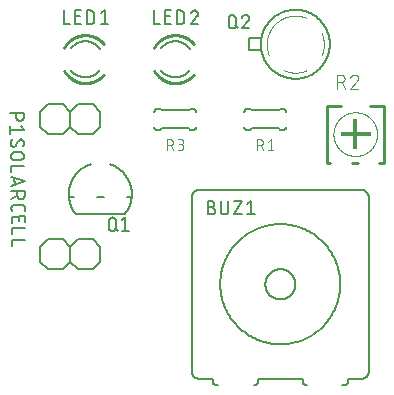
<source format=gbr>
G04 EAGLE Gerber RS-274X export*
G75*
%MOMM*%
%FSLAX34Y34*%
%LPD*%
%INSilkscreen Top*%
%IPPOS*%
%AMOC8*
5,1,8,0,0,1.08239X$1,22.5*%
G01*
%ADD10C,0.152400*%
%ADD11C,0.127000*%
%ADD12C,0.254000*%
%ADD13C,0.050800*%
%ADD14C,0.101600*%
%ADD15R,2.650000X0.400000*%
%ADD16R,0.400000X2.650000*%


D10*
X160020Y346710D02*
X297180Y346710D01*
X247650Y186690D02*
X209550Y186690D01*
X153670Y193040D02*
X153670Y340360D01*
X153670Y193040D02*
X153672Y192882D01*
X153678Y192723D01*
X153688Y192565D01*
X153702Y192408D01*
X153719Y192250D01*
X153741Y192094D01*
X153766Y191937D01*
X153796Y191782D01*
X153829Y191627D01*
X153866Y191473D01*
X153907Y191320D01*
X153952Y191168D01*
X154001Y191018D01*
X154053Y190868D01*
X154109Y190720D01*
X154169Y190573D01*
X154232Y190428D01*
X154299Y190285D01*
X154369Y190143D01*
X154443Y190003D01*
X154521Y189865D01*
X154602Y189729D01*
X154686Y189595D01*
X154773Y189463D01*
X154864Y189333D01*
X154958Y189206D01*
X155055Y189081D01*
X155156Y188958D01*
X155259Y188838D01*
X155365Y188721D01*
X155474Y188606D01*
X155586Y188494D01*
X155701Y188385D01*
X155818Y188279D01*
X155938Y188176D01*
X156061Y188075D01*
X156186Y187978D01*
X156313Y187884D01*
X156443Y187793D01*
X156575Y187706D01*
X156709Y187622D01*
X156845Y187541D01*
X156983Y187463D01*
X157123Y187389D01*
X157265Y187319D01*
X157408Y187252D01*
X157553Y187189D01*
X157700Y187129D01*
X157848Y187073D01*
X157998Y187021D01*
X158148Y186972D01*
X158300Y186927D01*
X158453Y186886D01*
X158607Y186849D01*
X158762Y186816D01*
X158917Y186786D01*
X159074Y186761D01*
X159230Y186739D01*
X159388Y186722D01*
X159545Y186708D01*
X159703Y186698D01*
X159862Y186692D01*
X160020Y186690D01*
X171450Y186690D02*
X171450Y184150D01*
X171452Y184050D01*
X171458Y183951D01*
X171468Y183851D01*
X171481Y183753D01*
X171499Y183654D01*
X171520Y183557D01*
X171545Y183461D01*
X171574Y183365D01*
X171607Y183271D01*
X171643Y183178D01*
X171683Y183087D01*
X171727Y182997D01*
X171774Y182909D01*
X171824Y182823D01*
X171878Y182739D01*
X171935Y182657D01*
X171995Y182578D01*
X172059Y182500D01*
X172125Y182426D01*
X172194Y182354D01*
X172266Y182285D01*
X172340Y182219D01*
X172418Y182155D01*
X172497Y182095D01*
X172579Y182038D01*
X172663Y181984D01*
X172749Y181934D01*
X172837Y181887D01*
X172927Y181843D01*
X173018Y181803D01*
X173111Y181767D01*
X173205Y181734D01*
X173301Y181705D01*
X173397Y181680D01*
X173494Y181659D01*
X173593Y181641D01*
X173691Y181628D01*
X173791Y181618D01*
X173890Y181612D01*
X173990Y181610D01*
X171450Y186690D02*
X160020Y186690D01*
X173990Y181610D02*
X175980Y181610D01*
X209550Y184150D02*
X209550Y186690D01*
X209550Y184150D02*
X209548Y184050D01*
X209542Y183951D01*
X209532Y183851D01*
X209519Y183753D01*
X209501Y183654D01*
X209480Y183557D01*
X209455Y183461D01*
X209426Y183365D01*
X209393Y183271D01*
X209357Y183178D01*
X209317Y183087D01*
X209273Y182997D01*
X209226Y182909D01*
X209176Y182823D01*
X209122Y182739D01*
X209065Y182657D01*
X209005Y182578D01*
X208941Y182500D01*
X208875Y182426D01*
X208806Y182354D01*
X208734Y182285D01*
X208660Y182219D01*
X208582Y182155D01*
X208503Y182095D01*
X208421Y182038D01*
X208337Y181984D01*
X208251Y181934D01*
X208163Y181887D01*
X208073Y181843D01*
X207982Y181803D01*
X207889Y181767D01*
X207795Y181734D01*
X207699Y181705D01*
X207603Y181680D01*
X207506Y181659D01*
X207407Y181641D01*
X207309Y181628D01*
X207209Y181618D01*
X207110Y181612D01*
X207010Y181610D01*
X206030Y181610D01*
X153670Y340360D02*
X153672Y340518D01*
X153678Y340677D01*
X153688Y340835D01*
X153702Y340992D01*
X153719Y341150D01*
X153741Y341306D01*
X153766Y341463D01*
X153796Y341618D01*
X153829Y341773D01*
X153866Y341927D01*
X153907Y342080D01*
X153952Y342232D01*
X154001Y342382D01*
X154053Y342532D01*
X154109Y342680D01*
X154169Y342827D01*
X154232Y342972D01*
X154299Y343115D01*
X154369Y343257D01*
X154443Y343397D01*
X154521Y343535D01*
X154602Y343671D01*
X154686Y343805D01*
X154773Y343937D01*
X154864Y344067D01*
X154958Y344194D01*
X155055Y344319D01*
X155156Y344442D01*
X155259Y344562D01*
X155365Y344679D01*
X155474Y344794D01*
X155586Y344906D01*
X155701Y345015D01*
X155818Y345121D01*
X155938Y345224D01*
X156061Y345325D01*
X156186Y345422D01*
X156313Y345516D01*
X156443Y345607D01*
X156575Y345694D01*
X156709Y345778D01*
X156845Y345859D01*
X156983Y345937D01*
X157123Y346011D01*
X157265Y346081D01*
X157408Y346148D01*
X157553Y346211D01*
X157700Y346271D01*
X157848Y346327D01*
X157998Y346379D01*
X158148Y346428D01*
X158300Y346473D01*
X158453Y346514D01*
X158607Y346551D01*
X158762Y346584D01*
X158917Y346614D01*
X159074Y346639D01*
X159230Y346661D01*
X159388Y346678D01*
X159545Y346692D01*
X159703Y346702D01*
X159862Y346708D01*
X160020Y346710D01*
X303530Y340360D02*
X303530Y193040D01*
X297180Y186690D02*
X285750Y186690D01*
X285750Y184150D01*
X285748Y184050D01*
X285742Y183951D01*
X285732Y183851D01*
X285719Y183753D01*
X285701Y183654D01*
X285680Y183557D01*
X285655Y183461D01*
X285626Y183365D01*
X285593Y183271D01*
X285557Y183178D01*
X285517Y183087D01*
X285473Y182997D01*
X285426Y182909D01*
X285376Y182823D01*
X285322Y182739D01*
X285265Y182657D01*
X285205Y182578D01*
X285141Y182500D01*
X285075Y182426D01*
X285006Y182354D01*
X284934Y182285D01*
X284860Y182219D01*
X284782Y182155D01*
X284703Y182095D01*
X284621Y182038D01*
X284537Y181984D01*
X284451Y181934D01*
X284363Y181887D01*
X284273Y181843D01*
X284182Y181803D01*
X284089Y181767D01*
X283995Y181734D01*
X283899Y181705D01*
X283803Y181680D01*
X283706Y181659D01*
X283607Y181641D01*
X283509Y181628D01*
X283409Y181618D01*
X283310Y181612D01*
X283210Y181610D01*
X247650Y184150D02*
X247650Y186690D01*
X247650Y184150D02*
X247652Y184050D01*
X247658Y183951D01*
X247668Y183851D01*
X247681Y183753D01*
X247699Y183654D01*
X247720Y183557D01*
X247745Y183461D01*
X247774Y183365D01*
X247807Y183271D01*
X247843Y183178D01*
X247883Y183087D01*
X247927Y182997D01*
X247974Y182909D01*
X248024Y182823D01*
X248078Y182739D01*
X248135Y182657D01*
X248195Y182578D01*
X248259Y182500D01*
X248325Y182426D01*
X248394Y182354D01*
X248466Y182285D01*
X248540Y182219D01*
X248618Y182155D01*
X248697Y182095D01*
X248779Y182038D01*
X248863Y181984D01*
X248949Y181934D01*
X249037Y181887D01*
X249127Y181843D01*
X249218Y181803D01*
X249311Y181767D01*
X249405Y181734D01*
X249501Y181705D01*
X249597Y181680D01*
X249694Y181659D01*
X249793Y181641D01*
X249891Y181628D01*
X249991Y181618D01*
X250090Y181612D01*
X250190Y181610D01*
X251170Y181610D01*
X281220Y181610D02*
X283210Y181610D01*
X297180Y186690D02*
X297338Y186692D01*
X297497Y186698D01*
X297655Y186708D01*
X297812Y186722D01*
X297970Y186739D01*
X298126Y186761D01*
X298283Y186786D01*
X298438Y186816D01*
X298593Y186849D01*
X298747Y186886D01*
X298900Y186927D01*
X299052Y186972D01*
X299202Y187021D01*
X299352Y187073D01*
X299500Y187129D01*
X299647Y187189D01*
X299792Y187252D01*
X299935Y187319D01*
X300077Y187389D01*
X300217Y187463D01*
X300355Y187541D01*
X300491Y187622D01*
X300625Y187706D01*
X300757Y187793D01*
X300887Y187884D01*
X301014Y187978D01*
X301139Y188075D01*
X301262Y188176D01*
X301382Y188279D01*
X301499Y188385D01*
X301614Y188494D01*
X301726Y188606D01*
X301835Y188721D01*
X301941Y188838D01*
X302044Y188958D01*
X302145Y189081D01*
X302242Y189206D01*
X302336Y189333D01*
X302427Y189463D01*
X302514Y189595D01*
X302598Y189729D01*
X302679Y189865D01*
X302757Y190003D01*
X302831Y190143D01*
X302901Y190285D01*
X302968Y190428D01*
X303031Y190573D01*
X303091Y190720D01*
X303147Y190868D01*
X303199Y191018D01*
X303248Y191168D01*
X303293Y191320D01*
X303334Y191473D01*
X303371Y191627D01*
X303404Y191782D01*
X303434Y191937D01*
X303459Y192094D01*
X303481Y192250D01*
X303498Y192408D01*
X303512Y192565D01*
X303522Y192723D01*
X303528Y192882D01*
X303530Y193040D01*
X303530Y340360D02*
X303528Y340518D01*
X303522Y340677D01*
X303512Y340835D01*
X303498Y340992D01*
X303481Y341150D01*
X303459Y341306D01*
X303434Y341463D01*
X303404Y341618D01*
X303371Y341773D01*
X303334Y341927D01*
X303293Y342080D01*
X303248Y342232D01*
X303199Y342382D01*
X303147Y342532D01*
X303091Y342680D01*
X303031Y342827D01*
X302968Y342972D01*
X302901Y343115D01*
X302831Y343257D01*
X302757Y343397D01*
X302679Y343535D01*
X302598Y343671D01*
X302514Y343805D01*
X302427Y343937D01*
X302336Y344067D01*
X302242Y344194D01*
X302145Y344319D01*
X302044Y344442D01*
X301941Y344562D01*
X301835Y344679D01*
X301726Y344794D01*
X301614Y344906D01*
X301499Y345015D01*
X301382Y345121D01*
X301262Y345224D01*
X301139Y345325D01*
X301014Y345422D01*
X300887Y345516D01*
X300757Y345607D01*
X300625Y345694D01*
X300491Y345778D01*
X300355Y345859D01*
X300217Y345937D01*
X300077Y346011D01*
X299935Y346081D01*
X299792Y346148D01*
X299647Y346211D01*
X299500Y346271D01*
X299352Y346327D01*
X299202Y346379D01*
X299052Y346428D01*
X298900Y346473D01*
X298747Y346514D01*
X298593Y346551D01*
X298438Y346584D01*
X298283Y346614D01*
X298126Y346639D01*
X297970Y346661D01*
X297812Y346678D01*
X297655Y346692D01*
X297497Y346702D01*
X297338Y346708D01*
X297180Y346710D01*
X177800Y266700D02*
X177815Y267947D01*
X177861Y269193D01*
X177938Y270437D01*
X178045Y271679D01*
X178182Y272918D01*
X178350Y274154D01*
X178548Y275385D01*
X178776Y276611D01*
X179034Y277830D01*
X179322Y279043D01*
X179640Y280249D01*
X179987Y281446D01*
X180364Y282635D01*
X180770Y283814D01*
X181204Y284983D01*
X181667Y286140D01*
X182158Y287286D01*
X182677Y288420D01*
X183224Y289540D01*
X183798Y290647D01*
X184400Y291739D01*
X185027Y292816D01*
X185681Y293878D01*
X186361Y294923D01*
X187067Y295951D01*
X187797Y296962D01*
X188552Y297954D01*
X189331Y298927D01*
X190134Y299881D01*
X190960Y300815D01*
X191808Y301729D01*
X192679Y302621D01*
X193571Y303492D01*
X194485Y304340D01*
X195419Y305166D01*
X196373Y305969D01*
X197346Y306748D01*
X198338Y307503D01*
X199349Y308233D01*
X200377Y308939D01*
X201422Y309619D01*
X202484Y310273D01*
X203561Y310900D01*
X204653Y311502D01*
X205760Y312076D01*
X206880Y312623D01*
X208014Y313142D01*
X209160Y313633D01*
X210317Y314096D01*
X211486Y314530D01*
X212665Y314936D01*
X213854Y315313D01*
X215051Y315660D01*
X216257Y315978D01*
X217470Y316266D01*
X218689Y316524D01*
X219915Y316752D01*
X221146Y316950D01*
X222382Y317118D01*
X223621Y317255D01*
X224863Y317362D01*
X226107Y317439D01*
X227353Y317485D01*
X228600Y317500D01*
X229847Y317485D01*
X231093Y317439D01*
X232337Y317362D01*
X233579Y317255D01*
X234818Y317118D01*
X236054Y316950D01*
X237285Y316752D01*
X238511Y316524D01*
X239730Y316266D01*
X240943Y315978D01*
X242149Y315660D01*
X243346Y315313D01*
X244535Y314936D01*
X245714Y314530D01*
X246883Y314096D01*
X248040Y313633D01*
X249186Y313142D01*
X250320Y312623D01*
X251440Y312076D01*
X252547Y311502D01*
X253639Y310900D01*
X254716Y310273D01*
X255778Y309619D01*
X256823Y308939D01*
X257851Y308233D01*
X258862Y307503D01*
X259854Y306748D01*
X260827Y305969D01*
X261781Y305166D01*
X262715Y304340D01*
X263629Y303492D01*
X264521Y302621D01*
X265392Y301729D01*
X266240Y300815D01*
X267066Y299881D01*
X267869Y298927D01*
X268648Y297954D01*
X269403Y296962D01*
X270133Y295951D01*
X270839Y294923D01*
X271519Y293878D01*
X272173Y292816D01*
X272800Y291739D01*
X273402Y290647D01*
X273976Y289540D01*
X274523Y288420D01*
X275042Y287286D01*
X275533Y286140D01*
X275996Y284983D01*
X276430Y283814D01*
X276836Y282635D01*
X277213Y281446D01*
X277560Y280249D01*
X277878Y279043D01*
X278166Y277830D01*
X278424Y276611D01*
X278652Y275385D01*
X278850Y274154D01*
X279018Y272918D01*
X279155Y271679D01*
X279262Y270437D01*
X279339Y269193D01*
X279385Y267947D01*
X279400Y266700D01*
X279385Y265453D01*
X279339Y264207D01*
X279262Y262963D01*
X279155Y261721D01*
X279018Y260482D01*
X278850Y259246D01*
X278652Y258015D01*
X278424Y256789D01*
X278166Y255570D01*
X277878Y254357D01*
X277560Y253151D01*
X277213Y251954D01*
X276836Y250765D01*
X276430Y249586D01*
X275996Y248417D01*
X275533Y247260D01*
X275042Y246114D01*
X274523Y244980D01*
X273976Y243860D01*
X273402Y242753D01*
X272800Y241661D01*
X272173Y240584D01*
X271519Y239522D01*
X270839Y238477D01*
X270133Y237449D01*
X269403Y236438D01*
X268648Y235446D01*
X267869Y234473D01*
X267066Y233519D01*
X266240Y232585D01*
X265392Y231671D01*
X264521Y230779D01*
X263629Y229908D01*
X262715Y229060D01*
X261781Y228234D01*
X260827Y227431D01*
X259854Y226652D01*
X258862Y225897D01*
X257851Y225167D01*
X256823Y224461D01*
X255778Y223781D01*
X254716Y223127D01*
X253639Y222500D01*
X252547Y221898D01*
X251440Y221324D01*
X250320Y220777D01*
X249186Y220258D01*
X248040Y219767D01*
X246883Y219304D01*
X245714Y218870D01*
X244535Y218464D01*
X243346Y218087D01*
X242149Y217740D01*
X240943Y217422D01*
X239730Y217134D01*
X238511Y216876D01*
X237285Y216648D01*
X236054Y216450D01*
X234818Y216282D01*
X233579Y216145D01*
X232337Y216038D01*
X231093Y215961D01*
X229847Y215915D01*
X228600Y215900D01*
X227353Y215915D01*
X226107Y215961D01*
X224863Y216038D01*
X223621Y216145D01*
X222382Y216282D01*
X221146Y216450D01*
X219915Y216648D01*
X218689Y216876D01*
X217470Y217134D01*
X216257Y217422D01*
X215051Y217740D01*
X213854Y218087D01*
X212665Y218464D01*
X211486Y218870D01*
X210317Y219304D01*
X209160Y219767D01*
X208014Y220258D01*
X206880Y220777D01*
X205760Y221324D01*
X204653Y221898D01*
X203561Y222500D01*
X202484Y223127D01*
X201422Y223781D01*
X200377Y224461D01*
X199349Y225167D01*
X198338Y225897D01*
X197346Y226652D01*
X196373Y227431D01*
X195419Y228234D01*
X194485Y229060D01*
X193571Y229908D01*
X192679Y230779D01*
X191808Y231671D01*
X190960Y232585D01*
X190134Y233519D01*
X189331Y234473D01*
X188552Y235446D01*
X187797Y236438D01*
X187067Y237449D01*
X186361Y238477D01*
X185681Y239522D01*
X185027Y240584D01*
X184400Y241661D01*
X183798Y242753D01*
X183224Y243860D01*
X182677Y244980D01*
X182158Y246114D01*
X181667Y247260D01*
X181204Y248417D01*
X180770Y249586D01*
X180364Y250765D01*
X179987Y251954D01*
X179640Y253151D01*
X179322Y254357D01*
X179034Y255570D01*
X178776Y256789D01*
X178548Y258015D01*
X178350Y259246D01*
X178182Y260482D01*
X178045Y261721D01*
X177938Y262963D01*
X177861Y264207D01*
X177815Y265453D01*
X177800Y266700D01*
X215900Y266700D02*
X215904Y267012D01*
X215915Y267323D01*
X215934Y267634D01*
X215961Y267945D01*
X215996Y268255D01*
X216037Y268563D01*
X216087Y268871D01*
X216144Y269178D01*
X216209Y269483D01*
X216281Y269786D01*
X216360Y270087D01*
X216447Y270387D01*
X216541Y270684D01*
X216642Y270979D01*
X216751Y271271D01*
X216867Y271560D01*
X216990Y271847D01*
X217119Y272130D01*
X217256Y272410D01*
X217400Y272687D01*
X217550Y272960D01*
X217707Y273229D01*
X217870Y273494D01*
X218040Y273756D01*
X218217Y274013D01*
X218399Y274265D01*
X218588Y274513D01*
X218783Y274757D01*
X218983Y274995D01*
X219190Y275229D01*
X219402Y275457D01*
X219620Y275680D01*
X219843Y275898D01*
X220071Y276110D01*
X220305Y276317D01*
X220543Y276517D01*
X220787Y276712D01*
X221035Y276901D01*
X221287Y277083D01*
X221544Y277260D01*
X221806Y277430D01*
X222071Y277593D01*
X222340Y277750D01*
X222613Y277900D01*
X222890Y278044D01*
X223170Y278181D01*
X223453Y278310D01*
X223740Y278433D01*
X224029Y278549D01*
X224321Y278658D01*
X224616Y278759D01*
X224913Y278853D01*
X225213Y278940D01*
X225514Y279019D01*
X225817Y279091D01*
X226122Y279156D01*
X226429Y279213D01*
X226737Y279263D01*
X227045Y279304D01*
X227355Y279339D01*
X227666Y279366D01*
X227977Y279385D01*
X228288Y279396D01*
X228600Y279400D01*
X228912Y279396D01*
X229223Y279385D01*
X229534Y279366D01*
X229845Y279339D01*
X230155Y279304D01*
X230463Y279263D01*
X230771Y279213D01*
X231078Y279156D01*
X231383Y279091D01*
X231686Y279019D01*
X231987Y278940D01*
X232287Y278853D01*
X232584Y278759D01*
X232879Y278658D01*
X233171Y278549D01*
X233460Y278433D01*
X233747Y278310D01*
X234030Y278181D01*
X234310Y278044D01*
X234587Y277900D01*
X234860Y277750D01*
X235129Y277593D01*
X235394Y277430D01*
X235656Y277260D01*
X235913Y277083D01*
X236165Y276901D01*
X236413Y276712D01*
X236657Y276517D01*
X236895Y276317D01*
X237129Y276110D01*
X237357Y275898D01*
X237580Y275680D01*
X237798Y275457D01*
X238010Y275229D01*
X238217Y274995D01*
X238417Y274757D01*
X238612Y274513D01*
X238801Y274265D01*
X238983Y274013D01*
X239160Y273756D01*
X239330Y273494D01*
X239493Y273229D01*
X239650Y272960D01*
X239800Y272687D01*
X239944Y272410D01*
X240081Y272130D01*
X240210Y271847D01*
X240333Y271560D01*
X240449Y271271D01*
X240558Y270979D01*
X240659Y270684D01*
X240753Y270387D01*
X240840Y270087D01*
X240919Y269786D01*
X240991Y269483D01*
X241056Y269178D01*
X241113Y268871D01*
X241163Y268563D01*
X241204Y268255D01*
X241239Y267945D01*
X241266Y267634D01*
X241285Y267323D01*
X241296Y267012D01*
X241300Y266700D01*
X241296Y266388D01*
X241285Y266077D01*
X241266Y265766D01*
X241239Y265455D01*
X241204Y265145D01*
X241163Y264837D01*
X241113Y264529D01*
X241056Y264222D01*
X240991Y263917D01*
X240919Y263614D01*
X240840Y263313D01*
X240753Y263013D01*
X240659Y262716D01*
X240558Y262421D01*
X240449Y262129D01*
X240333Y261840D01*
X240210Y261553D01*
X240081Y261270D01*
X239944Y260990D01*
X239800Y260713D01*
X239650Y260440D01*
X239493Y260171D01*
X239330Y259906D01*
X239160Y259644D01*
X238983Y259387D01*
X238801Y259135D01*
X238612Y258887D01*
X238417Y258643D01*
X238217Y258405D01*
X238010Y258171D01*
X237798Y257943D01*
X237580Y257720D01*
X237357Y257502D01*
X237129Y257290D01*
X236895Y257083D01*
X236657Y256883D01*
X236413Y256688D01*
X236165Y256499D01*
X235913Y256317D01*
X235656Y256140D01*
X235394Y255970D01*
X235129Y255807D01*
X234860Y255650D01*
X234587Y255500D01*
X234310Y255356D01*
X234030Y255219D01*
X233747Y255090D01*
X233460Y254967D01*
X233171Y254851D01*
X232879Y254742D01*
X232584Y254641D01*
X232287Y254547D01*
X231987Y254460D01*
X231686Y254381D01*
X231383Y254309D01*
X231078Y254244D01*
X230771Y254187D01*
X230463Y254137D01*
X230155Y254096D01*
X229845Y254061D01*
X229534Y254034D01*
X229223Y254015D01*
X228912Y254004D01*
X228600Y254000D01*
X228288Y254004D01*
X227977Y254015D01*
X227666Y254034D01*
X227355Y254061D01*
X227045Y254096D01*
X226737Y254137D01*
X226429Y254187D01*
X226122Y254244D01*
X225817Y254309D01*
X225514Y254381D01*
X225213Y254460D01*
X224913Y254547D01*
X224616Y254641D01*
X224321Y254742D01*
X224029Y254851D01*
X223740Y254967D01*
X223453Y255090D01*
X223170Y255219D01*
X222890Y255356D01*
X222613Y255500D01*
X222340Y255650D01*
X222071Y255807D01*
X221806Y255970D01*
X221544Y256140D01*
X221287Y256317D01*
X221035Y256499D01*
X220787Y256688D01*
X220543Y256883D01*
X220305Y257083D01*
X220071Y257290D01*
X219843Y257502D01*
X219620Y257720D01*
X219402Y257943D01*
X219190Y258171D01*
X218983Y258405D01*
X218783Y258643D01*
X218588Y258887D01*
X218399Y259135D01*
X218217Y259387D01*
X218040Y259644D01*
X217870Y259906D01*
X217707Y260171D01*
X217550Y260440D01*
X217400Y260713D01*
X217256Y260990D01*
X217119Y261270D01*
X216990Y261553D01*
X216867Y261840D01*
X216751Y262129D01*
X216642Y262421D01*
X216541Y262716D01*
X216447Y263013D01*
X216360Y263313D01*
X216281Y263614D01*
X216209Y263917D01*
X216144Y264222D01*
X216087Y264529D01*
X216037Y264837D01*
X215996Y265145D01*
X215961Y265455D01*
X215934Y265766D01*
X215915Y266077D01*
X215904Y266388D01*
X215900Y266700D01*
D11*
X170180Y332105D02*
X167005Y332105D01*
X170180Y332105D02*
X170291Y332103D01*
X170401Y332097D01*
X170512Y332088D01*
X170622Y332074D01*
X170731Y332057D01*
X170840Y332036D01*
X170948Y332011D01*
X171055Y331982D01*
X171161Y331950D01*
X171266Y331914D01*
X171369Y331874D01*
X171471Y331831D01*
X171572Y331784D01*
X171671Y331733D01*
X171768Y331680D01*
X171862Y331623D01*
X171955Y331562D01*
X172046Y331499D01*
X172135Y331432D01*
X172221Y331362D01*
X172304Y331289D01*
X172386Y331214D01*
X172464Y331136D01*
X172539Y331054D01*
X172612Y330971D01*
X172682Y330885D01*
X172749Y330796D01*
X172812Y330705D01*
X172873Y330612D01*
X172930Y330517D01*
X172983Y330421D01*
X173034Y330322D01*
X173081Y330221D01*
X173124Y330119D01*
X173164Y330016D01*
X173200Y329911D01*
X173232Y329805D01*
X173261Y329698D01*
X173286Y329590D01*
X173307Y329481D01*
X173324Y329372D01*
X173338Y329262D01*
X173347Y329151D01*
X173353Y329041D01*
X173355Y328930D01*
X173353Y328819D01*
X173347Y328709D01*
X173338Y328598D01*
X173324Y328488D01*
X173307Y328379D01*
X173286Y328270D01*
X173261Y328162D01*
X173232Y328055D01*
X173200Y327949D01*
X173164Y327844D01*
X173124Y327741D01*
X173081Y327639D01*
X173034Y327538D01*
X172983Y327439D01*
X172930Y327342D01*
X172873Y327248D01*
X172812Y327155D01*
X172749Y327064D01*
X172682Y326975D01*
X172612Y326889D01*
X172539Y326806D01*
X172464Y326724D01*
X172386Y326646D01*
X172304Y326571D01*
X172221Y326498D01*
X172135Y326428D01*
X172046Y326361D01*
X171955Y326298D01*
X171862Y326237D01*
X171767Y326180D01*
X171671Y326127D01*
X171572Y326076D01*
X171471Y326029D01*
X171369Y325986D01*
X171266Y325946D01*
X171161Y325910D01*
X171055Y325878D01*
X170948Y325849D01*
X170840Y325824D01*
X170731Y325803D01*
X170622Y325786D01*
X170512Y325772D01*
X170401Y325763D01*
X170291Y325757D01*
X170180Y325755D01*
X167005Y325755D01*
X167005Y337185D01*
X170180Y337185D01*
X170280Y337183D01*
X170379Y337177D01*
X170479Y337167D01*
X170577Y337154D01*
X170676Y337136D01*
X170773Y337115D01*
X170869Y337090D01*
X170965Y337061D01*
X171059Y337028D01*
X171152Y336992D01*
X171243Y336952D01*
X171333Y336908D01*
X171421Y336861D01*
X171507Y336811D01*
X171591Y336757D01*
X171673Y336700D01*
X171752Y336640D01*
X171830Y336576D01*
X171904Y336510D01*
X171976Y336441D01*
X172045Y336369D01*
X172111Y336295D01*
X172175Y336217D01*
X172235Y336138D01*
X172292Y336056D01*
X172346Y335972D01*
X172396Y335886D01*
X172443Y335798D01*
X172487Y335708D01*
X172527Y335617D01*
X172563Y335524D01*
X172596Y335430D01*
X172625Y335334D01*
X172650Y335238D01*
X172671Y335141D01*
X172689Y335042D01*
X172702Y334944D01*
X172712Y334844D01*
X172718Y334745D01*
X172720Y334645D01*
X172718Y334545D01*
X172712Y334446D01*
X172702Y334346D01*
X172689Y334248D01*
X172671Y334149D01*
X172650Y334052D01*
X172625Y333956D01*
X172596Y333860D01*
X172563Y333766D01*
X172527Y333673D01*
X172487Y333582D01*
X172443Y333492D01*
X172396Y333404D01*
X172346Y333318D01*
X172292Y333234D01*
X172235Y333152D01*
X172175Y333073D01*
X172111Y332995D01*
X172045Y332921D01*
X171976Y332849D01*
X171904Y332780D01*
X171830Y332714D01*
X171752Y332650D01*
X171673Y332590D01*
X171591Y332533D01*
X171507Y332479D01*
X171421Y332429D01*
X171333Y332382D01*
X171243Y332338D01*
X171152Y332298D01*
X171059Y332262D01*
X170965Y332229D01*
X170869Y332200D01*
X170773Y332175D01*
X170676Y332154D01*
X170577Y332136D01*
X170479Y332123D01*
X170379Y332113D01*
X170280Y332107D01*
X170180Y332105D01*
X178245Y328930D02*
X178245Y337185D01*
X178245Y328930D02*
X178247Y328819D01*
X178253Y328709D01*
X178262Y328598D01*
X178276Y328488D01*
X178293Y328379D01*
X178314Y328270D01*
X178339Y328162D01*
X178368Y328055D01*
X178400Y327949D01*
X178436Y327844D01*
X178476Y327741D01*
X178519Y327639D01*
X178566Y327538D01*
X178617Y327439D01*
X178670Y327343D01*
X178727Y327248D01*
X178788Y327155D01*
X178851Y327064D01*
X178918Y326975D01*
X178988Y326889D01*
X179061Y326806D01*
X179136Y326724D01*
X179214Y326646D01*
X179296Y326571D01*
X179379Y326498D01*
X179465Y326428D01*
X179554Y326361D01*
X179645Y326298D01*
X179738Y326237D01*
X179833Y326180D01*
X179929Y326127D01*
X180028Y326076D01*
X180129Y326029D01*
X180231Y325986D01*
X180334Y325946D01*
X180439Y325910D01*
X180545Y325878D01*
X180652Y325849D01*
X180760Y325824D01*
X180869Y325803D01*
X180978Y325786D01*
X181088Y325772D01*
X181199Y325763D01*
X181309Y325757D01*
X181420Y325755D01*
X181531Y325757D01*
X181641Y325763D01*
X181752Y325772D01*
X181862Y325786D01*
X181971Y325803D01*
X182080Y325824D01*
X182188Y325849D01*
X182295Y325878D01*
X182401Y325910D01*
X182506Y325946D01*
X182609Y325986D01*
X182711Y326029D01*
X182812Y326076D01*
X182911Y326127D01*
X183007Y326180D01*
X183102Y326237D01*
X183195Y326298D01*
X183286Y326361D01*
X183375Y326428D01*
X183461Y326498D01*
X183544Y326571D01*
X183626Y326646D01*
X183704Y326724D01*
X183779Y326806D01*
X183852Y326889D01*
X183922Y326975D01*
X183989Y327064D01*
X184052Y327155D01*
X184113Y327248D01*
X184170Y327342D01*
X184223Y327439D01*
X184274Y327538D01*
X184321Y327639D01*
X184364Y327741D01*
X184404Y327844D01*
X184440Y327949D01*
X184472Y328055D01*
X184501Y328162D01*
X184526Y328270D01*
X184547Y328379D01*
X184564Y328488D01*
X184578Y328598D01*
X184587Y328709D01*
X184593Y328819D01*
X184595Y328930D01*
X184595Y337185D01*
X189675Y337185D02*
X196025Y337185D01*
X189675Y325755D01*
X196025Y325755D01*
X200724Y334645D02*
X203899Y337185D01*
X203899Y325755D01*
X200724Y325755D02*
X207074Y325755D01*
D10*
X44450Y304800D02*
X31750Y304800D01*
X44450Y304800D02*
X50800Y298450D01*
X50800Y285750D01*
X44450Y279400D01*
X25400Y285750D02*
X25400Y298450D01*
X31750Y304800D01*
X25400Y285750D02*
X31750Y279400D01*
X44450Y279400D01*
X50800Y298450D02*
X57150Y304800D01*
X69850Y304800D01*
X76200Y298450D01*
X76200Y285750D01*
X69850Y279400D01*
X57150Y279400D01*
X50800Y285750D01*
X75901Y466058D02*
X75682Y466358D01*
X75455Y466652D01*
X75221Y466940D01*
X74980Y467223D01*
X74733Y467500D01*
X74478Y467771D01*
X74217Y468035D01*
X73950Y468293D01*
X73677Y468544D01*
X73397Y468789D01*
X73112Y469027D01*
X72821Y469257D01*
X72524Y469481D01*
X72222Y469697D01*
X71915Y469906D01*
X71603Y470107D01*
X71286Y470301D01*
X70964Y470487D01*
X70638Y470665D01*
X70308Y470835D01*
X69974Y470997D01*
X69636Y471150D01*
X69294Y471296D01*
X68949Y471433D01*
X68600Y471561D01*
X68249Y471681D01*
X67894Y471793D01*
X67537Y471895D01*
X67178Y471990D01*
X66817Y472075D01*
X66453Y472151D01*
X66088Y472219D01*
X65721Y472277D01*
X65353Y472327D01*
X64984Y472368D01*
X64614Y472399D01*
X64243Y472422D01*
X63872Y472435D01*
X63500Y472440D01*
X63128Y472435D01*
X62757Y472422D01*
X62385Y472399D01*
X62015Y472367D01*
X61645Y472327D01*
X61277Y472277D01*
X60909Y472218D01*
X60544Y472151D01*
X60180Y472074D01*
X59818Y471988D01*
X59458Y471894D01*
X59101Y471791D01*
X58746Y471680D01*
X58394Y471559D01*
X58045Y471430D01*
X57700Y471293D01*
X57358Y471147D01*
X57019Y470993D01*
X56684Y470831D01*
X56354Y470661D01*
X56028Y470482D01*
X55706Y470296D01*
X55388Y470102D01*
X55076Y469900D01*
X54769Y469691D01*
X54467Y469474D01*
X54170Y469250D01*
X53878Y469019D01*
X53593Y468781D01*
X53313Y468535D01*
X53040Y468283D01*
X52772Y468025D01*
X52512Y467760D01*
X52257Y467489D01*
X52009Y467211D01*
X51769Y466928D01*
X51535Y466639D01*
X51308Y466344D01*
X63500Y441960D02*
X63865Y441964D01*
X64230Y441977D01*
X64594Y441999D01*
X64957Y442030D01*
X65320Y442069D01*
X65682Y442117D01*
X66042Y442174D01*
X66401Y442239D01*
X66759Y442312D01*
X67114Y442395D01*
X67467Y442485D01*
X67819Y442585D01*
X68167Y442692D01*
X68513Y442808D01*
X68856Y442932D01*
X69196Y443065D01*
X69533Y443205D01*
X69866Y443353D01*
X70196Y443510D01*
X70522Y443674D01*
X70844Y443846D01*
X71161Y444026D01*
X71474Y444213D01*
X71783Y444407D01*
X72087Y444609D01*
X72386Y444819D01*
X72680Y445035D01*
X72968Y445258D01*
X73251Y445488D01*
X73529Y445725D01*
X73801Y445968D01*
X74067Y446218D01*
X74327Y446474D01*
X74580Y446737D01*
X74828Y447005D01*
X75068Y447279D01*
X75303Y447559D01*
X75530Y447844D01*
X63500Y441960D02*
X63135Y441964D01*
X62770Y441977D01*
X62406Y441999D01*
X62043Y442030D01*
X61680Y442069D01*
X61318Y442117D01*
X60958Y442174D01*
X60599Y442239D01*
X60241Y442312D01*
X59886Y442395D01*
X59533Y442485D01*
X59181Y442585D01*
X58833Y442692D01*
X58487Y442808D01*
X58144Y442932D01*
X57804Y443065D01*
X57467Y443205D01*
X57134Y443353D01*
X56804Y443510D01*
X56478Y443674D01*
X56156Y443846D01*
X55839Y444026D01*
X55526Y444213D01*
X55217Y444407D01*
X54913Y444609D01*
X54614Y444819D01*
X54320Y445035D01*
X54032Y445258D01*
X53749Y445488D01*
X53471Y445725D01*
X53199Y445968D01*
X52933Y446218D01*
X52673Y446474D01*
X52420Y446737D01*
X52172Y447005D01*
X51932Y447279D01*
X51697Y447559D01*
X51470Y447844D01*
D12*
X63500Y477520D02*
X63994Y477514D01*
X64488Y477496D01*
X64982Y477466D01*
X65475Y477424D01*
X65966Y477370D01*
X66456Y477304D01*
X66944Y477226D01*
X67431Y477136D01*
X67915Y477035D01*
X68396Y476921D01*
X68874Y476796D01*
X69350Y476660D01*
X69821Y476512D01*
X70289Y476352D01*
X70753Y476181D01*
X71213Y475999D01*
X71668Y475806D01*
X72119Y475602D01*
X72564Y475387D01*
X73004Y475161D01*
X73438Y474924D01*
X73866Y474677D01*
X74288Y474420D01*
X74704Y474152D01*
X75113Y473874D01*
X75515Y473587D01*
X75911Y473290D01*
X76298Y472983D01*
X76679Y472667D01*
X77051Y472342D01*
X77416Y472007D01*
X77772Y471664D01*
X78119Y471313D01*
X78459Y470953D01*
X78789Y470585D01*
X79110Y470209D01*
X63500Y477520D02*
X63012Y477514D01*
X62525Y477497D01*
X62038Y477467D01*
X61551Y477426D01*
X61066Y477374D01*
X60582Y477309D01*
X60100Y477233D01*
X59620Y477146D01*
X59142Y477047D01*
X58667Y476937D01*
X58194Y476815D01*
X57725Y476682D01*
X57258Y476537D01*
X56796Y476382D01*
X56337Y476215D01*
X55882Y476038D01*
X55432Y475849D01*
X54987Y475650D01*
X54546Y475440D01*
X54110Y475220D01*
X53680Y474989D01*
X53256Y474748D01*
X52838Y474497D01*
X52425Y474236D01*
X52019Y473965D01*
X51620Y473685D01*
X51227Y473395D01*
X50842Y473095D01*
X50464Y472786D01*
X50093Y472469D01*
X49731Y472142D01*
X49376Y471807D01*
X49029Y471464D01*
X48691Y471112D01*
X48361Y470753D01*
X48040Y470385D01*
X47727Y470010D01*
X47424Y469627D01*
X47130Y469238D01*
X46846Y468841D01*
X46571Y468438D01*
X46306Y468028D01*
X46051Y467612D01*
X45806Y467190D01*
X45571Y466762D01*
X63500Y436880D02*
X63990Y436886D01*
X64480Y436904D01*
X64969Y436933D01*
X65458Y436975D01*
X65945Y437028D01*
X66431Y437092D01*
X66915Y437169D01*
X67397Y437257D01*
X67877Y437357D01*
X68355Y437468D01*
X68829Y437591D01*
X69301Y437726D01*
X69769Y437871D01*
X70233Y438028D01*
X70694Y438196D01*
X71150Y438375D01*
X71602Y438565D01*
X72049Y438766D01*
X72491Y438978D01*
X72928Y439200D01*
X73360Y439432D01*
X73786Y439675D01*
X74205Y439929D01*
X74619Y440192D01*
X75026Y440465D01*
X75426Y440748D01*
X75820Y441041D01*
X76206Y441342D01*
X76585Y441654D01*
X76956Y441974D01*
X77319Y442303D01*
X77675Y442640D01*
X78022Y442987D01*
X78360Y443341D01*
X78690Y443704D01*
X79012Y444074D01*
X63500Y436880D02*
X63003Y436886D01*
X62506Y436904D01*
X62010Y436935D01*
X61515Y436977D01*
X61021Y437032D01*
X60528Y437098D01*
X60038Y437177D01*
X59549Y437268D01*
X59063Y437370D01*
X58579Y437485D01*
X58099Y437611D01*
X57621Y437749D01*
X57147Y437898D01*
X56677Y438059D01*
X56211Y438232D01*
X55749Y438416D01*
X55292Y438611D01*
X54840Y438817D01*
X54393Y439034D01*
X53952Y439263D01*
X53516Y439501D01*
X53086Y439751D01*
X52663Y440011D01*
X52245Y440281D01*
X51835Y440561D01*
X51432Y440851D01*
X51035Y441151D01*
X50647Y441461D01*
X50266Y441780D01*
X49893Y442108D01*
X49528Y442445D01*
X49171Y442791D01*
X48823Y443146D01*
X48484Y443509D01*
X48153Y443880D01*
X47832Y444260D01*
X47520Y444647D01*
X47218Y445041D01*
X46926Y445443D01*
X46643Y445852D01*
X46371Y446267D01*
X46108Y446690D01*
X45857Y447118D01*
D11*
X45085Y487045D02*
X45085Y498475D01*
X45085Y487045D02*
X50165Y487045D01*
X54991Y487045D02*
X60071Y487045D01*
X54991Y487045D02*
X54991Y498475D01*
X60071Y498475D01*
X58801Y493395D02*
X54991Y493395D01*
X64872Y498475D02*
X64872Y487045D01*
X64872Y498475D02*
X68047Y498475D01*
X68158Y498473D01*
X68268Y498467D01*
X68379Y498458D01*
X68489Y498444D01*
X68598Y498427D01*
X68707Y498406D01*
X68815Y498381D01*
X68922Y498352D01*
X69028Y498320D01*
X69133Y498284D01*
X69236Y498244D01*
X69338Y498201D01*
X69439Y498154D01*
X69538Y498103D01*
X69635Y498050D01*
X69729Y497993D01*
X69822Y497932D01*
X69913Y497869D01*
X70002Y497802D01*
X70088Y497732D01*
X70171Y497659D01*
X70253Y497584D01*
X70331Y497506D01*
X70406Y497424D01*
X70479Y497341D01*
X70549Y497255D01*
X70616Y497166D01*
X70679Y497075D01*
X70740Y496982D01*
X70797Y496888D01*
X70850Y496791D01*
X70901Y496692D01*
X70948Y496591D01*
X70991Y496489D01*
X71031Y496386D01*
X71067Y496281D01*
X71099Y496175D01*
X71128Y496068D01*
X71153Y495960D01*
X71174Y495851D01*
X71191Y495742D01*
X71205Y495632D01*
X71214Y495521D01*
X71220Y495411D01*
X71222Y495300D01*
X71222Y490220D01*
X71220Y490109D01*
X71214Y489999D01*
X71205Y489888D01*
X71191Y489778D01*
X71174Y489669D01*
X71153Y489560D01*
X71128Y489452D01*
X71099Y489345D01*
X71067Y489239D01*
X71031Y489134D01*
X70991Y489031D01*
X70948Y488929D01*
X70901Y488828D01*
X70850Y488729D01*
X70797Y488632D01*
X70740Y488538D01*
X70679Y488445D01*
X70616Y488354D01*
X70549Y488265D01*
X70479Y488179D01*
X70406Y488096D01*
X70331Y488014D01*
X70253Y487936D01*
X70171Y487861D01*
X70088Y487788D01*
X70002Y487718D01*
X69913Y487651D01*
X69822Y487588D01*
X69729Y487527D01*
X69634Y487470D01*
X69538Y487417D01*
X69439Y487366D01*
X69338Y487319D01*
X69236Y487276D01*
X69133Y487236D01*
X69028Y487200D01*
X68922Y487168D01*
X68815Y487139D01*
X68707Y487114D01*
X68598Y487093D01*
X68489Y487076D01*
X68379Y487062D01*
X68268Y487053D01*
X68158Y487047D01*
X68047Y487045D01*
X64872Y487045D01*
X76683Y495935D02*
X79858Y498475D01*
X79858Y487045D01*
X76683Y487045D02*
X83033Y487045D01*
D10*
X139700Y472440D02*
X140072Y472435D01*
X140443Y472422D01*
X140814Y472399D01*
X141184Y472368D01*
X141553Y472327D01*
X141921Y472277D01*
X142288Y472219D01*
X142653Y472151D01*
X143017Y472075D01*
X143378Y471990D01*
X143737Y471895D01*
X144094Y471793D01*
X144449Y471681D01*
X144800Y471561D01*
X145149Y471433D01*
X145494Y471296D01*
X145836Y471150D01*
X146174Y470997D01*
X146508Y470835D01*
X146838Y470665D01*
X147164Y470487D01*
X147486Y470301D01*
X147803Y470107D01*
X148115Y469906D01*
X148422Y469697D01*
X148724Y469481D01*
X149021Y469257D01*
X149312Y469027D01*
X149597Y468789D01*
X149877Y468544D01*
X150150Y468293D01*
X150417Y468035D01*
X150678Y467771D01*
X150933Y467500D01*
X151180Y467223D01*
X151421Y466940D01*
X151655Y466652D01*
X151882Y466358D01*
X152101Y466058D01*
X139700Y472440D02*
X139328Y472435D01*
X138957Y472422D01*
X138585Y472399D01*
X138215Y472367D01*
X137845Y472327D01*
X137477Y472277D01*
X137109Y472218D01*
X136744Y472151D01*
X136380Y472074D01*
X136018Y471988D01*
X135658Y471894D01*
X135301Y471791D01*
X134946Y471680D01*
X134594Y471559D01*
X134245Y471430D01*
X133900Y471293D01*
X133558Y471147D01*
X133219Y470993D01*
X132884Y470831D01*
X132554Y470661D01*
X132228Y470482D01*
X131906Y470296D01*
X131588Y470102D01*
X131276Y469900D01*
X130969Y469691D01*
X130667Y469474D01*
X130370Y469250D01*
X130078Y469019D01*
X129793Y468781D01*
X129513Y468535D01*
X129240Y468283D01*
X128972Y468025D01*
X128712Y467760D01*
X128457Y467489D01*
X128209Y467211D01*
X127969Y466928D01*
X127735Y466639D01*
X127508Y466344D01*
X139700Y441960D02*
X140065Y441964D01*
X140430Y441977D01*
X140794Y441999D01*
X141157Y442030D01*
X141520Y442069D01*
X141882Y442117D01*
X142242Y442174D01*
X142601Y442239D01*
X142959Y442312D01*
X143314Y442395D01*
X143667Y442485D01*
X144019Y442585D01*
X144367Y442692D01*
X144713Y442808D01*
X145056Y442932D01*
X145396Y443065D01*
X145733Y443205D01*
X146066Y443353D01*
X146396Y443510D01*
X146722Y443674D01*
X147044Y443846D01*
X147361Y444026D01*
X147674Y444213D01*
X147983Y444407D01*
X148287Y444609D01*
X148586Y444819D01*
X148880Y445035D01*
X149168Y445258D01*
X149451Y445488D01*
X149729Y445725D01*
X150001Y445968D01*
X150267Y446218D01*
X150527Y446474D01*
X150780Y446737D01*
X151028Y447005D01*
X151268Y447279D01*
X151503Y447559D01*
X151730Y447844D01*
X139700Y441960D02*
X139335Y441964D01*
X138970Y441977D01*
X138606Y441999D01*
X138243Y442030D01*
X137880Y442069D01*
X137518Y442117D01*
X137158Y442174D01*
X136799Y442239D01*
X136441Y442312D01*
X136086Y442395D01*
X135733Y442485D01*
X135381Y442585D01*
X135033Y442692D01*
X134687Y442808D01*
X134344Y442932D01*
X134004Y443065D01*
X133667Y443205D01*
X133334Y443353D01*
X133004Y443510D01*
X132678Y443674D01*
X132356Y443846D01*
X132039Y444026D01*
X131726Y444213D01*
X131417Y444407D01*
X131113Y444609D01*
X130814Y444819D01*
X130520Y445035D01*
X130232Y445258D01*
X129949Y445488D01*
X129671Y445725D01*
X129399Y445968D01*
X129133Y446218D01*
X128873Y446474D01*
X128620Y446737D01*
X128372Y447005D01*
X128132Y447279D01*
X127897Y447559D01*
X127670Y447844D01*
D12*
X139700Y477520D02*
X140194Y477514D01*
X140688Y477496D01*
X141182Y477466D01*
X141675Y477424D01*
X142166Y477370D01*
X142656Y477304D01*
X143144Y477226D01*
X143631Y477136D01*
X144115Y477035D01*
X144596Y476921D01*
X145074Y476796D01*
X145550Y476660D01*
X146021Y476512D01*
X146489Y476352D01*
X146953Y476181D01*
X147413Y475999D01*
X147868Y475806D01*
X148319Y475602D01*
X148764Y475387D01*
X149204Y475161D01*
X149638Y474924D01*
X150066Y474677D01*
X150488Y474420D01*
X150904Y474152D01*
X151313Y473874D01*
X151715Y473587D01*
X152111Y473290D01*
X152498Y472983D01*
X152879Y472667D01*
X153251Y472342D01*
X153616Y472007D01*
X153972Y471664D01*
X154319Y471313D01*
X154659Y470953D01*
X154989Y470585D01*
X155310Y470209D01*
X139700Y477520D02*
X139212Y477514D01*
X138725Y477497D01*
X138238Y477467D01*
X137751Y477426D01*
X137266Y477374D01*
X136782Y477309D01*
X136300Y477233D01*
X135820Y477146D01*
X135342Y477047D01*
X134867Y476937D01*
X134394Y476815D01*
X133925Y476682D01*
X133458Y476537D01*
X132996Y476382D01*
X132537Y476215D01*
X132082Y476038D01*
X131632Y475849D01*
X131187Y475650D01*
X130746Y475440D01*
X130310Y475220D01*
X129880Y474989D01*
X129456Y474748D01*
X129038Y474497D01*
X128625Y474236D01*
X128219Y473965D01*
X127820Y473685D01*
X127427Y473395D01*
X127042Y473095D01*
X126664Y472786D01*
X126293Y472469D01*
X125931Y472142D01*
X125576Y471807D01*
X125229Y471464D01*
X124891Y471112D01*
X124561Y470753D01*
X124240Y470385D01*
X123927Y470010D01*
X123624Y469627D01*
X123330Y469238D01*
X123046Y468841D01*
X122771Y468438D01*
X122506Y468028D01*
X122251Y467612D01*
X122006Y467190D01*
X121771Y466762D01*
X139700Y436880D02*
X140190Y436886D01*
X140680Y436904D01*
X141169Y436933D01*
X141658Y436975D01*
X142145Y437028D01*
X142631Y437092D01*
X143115Y437169D01*
X143597Y437257D01*
X144077Y437357D01*
X144555Y437468D01*
X145029Y437591D01*
X145501Y437726D01*
X145969Y437871D01*
X146433Y438028D01*
X146894Y438196D01*
X147350Y438375D01*
X147802Y438565D01*
X148249Y438766D01*
X148691Y438978D01*
X149128Y439200D01*
X149560Y439432D01*
X149986Y439675D01*
X150405Y439929D01*
X150819Y440192D01*
X151226Y440465D01*
X151626Y440748D01*
X152020Y441041D01*
X152406Y441342D01*
X152785Y441654D01*
X153156Y441974D01*
X153519Y442303D01*
X153875Y442640D01*
X154222Y442987D01*
X154560Y443341D01*
X154890Y443704D01*
X155212Y444074D01*
X139700Y436880D02*
X139203Y436886D01*
X138706Y436904D01*
X138210Y436935D01*
X137715Y436977D01*
X137221Y437032D01*
X136728Y437098D01*
X136238Y437177D01*
X135749Y437268D01*
X135263Y437370D01*
X134779Y437485D01*
X134299Y437611D01*
X133821Y437749D01*
X133347Y437898D01*
X132877Y438059D01*
X132411Y438232D01*
X131949Y438416D01*
X131492Y438611D01*
X131040Y438817D01*
X130593Y439034D01*
X130152Y439263D01*
X129716Y439501D01*
X129286Y439751D01*
X128863Y440011D01*
X128445Y440281D01*
X128035Y440561D01*
X127632Y440851D01*
X127235Y441151D01*
X126847Y441461D01*
X126466Y441780D01*
X126093Y442108D01*
X125728Y442445D01*
X125371Y442791D01*
X125023Y443146D01*
X124684Y443509D01*
X124353Y443880D01*
X124032Y444260D01*
X123720Y444647D01*
X123418Y445041D01*
X123126Y445443D01*
X122843Y445852D01*
X122571Y446267D01*
X122308Y446690D01*
X122057Y447118D01*
D11*
X121285Y487045D02*
X121285Y498475D01*
X121285Y487045D02*
X126365Y487045D01*
X131191Y487045D02*
X136271Y487045D01*
X131191Y487045D02*
X131191Y498475D01*
X136271Y498475D01*
X135001Y493395D02*
X131191Y493395D01*
X141072Y498475D02*
X141072Y487045D01*
X141072Y498475D02*
X144247Y498475D01*
X144358Y498473D01*
X144468Y498467D01*
X144579Y498458D01*
X144689Y498444D01*
X144798Y498427D01*
X144907Y498406D01*
X145015Y498381D01*
X145122Y498352D01*
X145228Y498320D01*
X145333Y498284D01*
X145436Y498244D01*
X145538Y498201D01*
X145639Y498154D01*
X145738Y498103D01*
X145835Y498050D01*
X145929Y497993D01*
X146022Y497932D01*
X146113Y497869D01*
X146202Y497802D01*
X146288Y497732D01*
X146371Y497659D01*
X146453Y497584D01*
X146531Y497506D01*
X146606Y497424D01*
X146679Y497341D01*
X146749Y497255D01*
X146816Y497166D01*
X146879Y497075D01*
X146940Y496982D01*
X146997Y496888D01*
X147050Y496791D01*
X147101Y496692D01*
X147148Y496591D01*
X147191Y496489D01*
X147231Y496386D01*
X147267Y496281D01*
X147299Y496175D01*
X147328Y496068D01*
X147353Y495960D01*
X147374Y495851D01*
X147391Y495742D01*
X147405Y495632D01*
X147414Y495521D01*
X147420Y495411D01*
X147422Y495300D01*
X147422Y490220D01*
X147420Y490109D01*
X147414Y489999D01*
X147405Y489888D01*
X147391Y489778D01*
X147374Y489669D01*
X147353Y489560D01*
X147328Y489452D01*
X147299Y489345D01*
X147267Y489239D01*
X147231Y489134D01*
X147191Y489031D01*
X147148Y488929D01*
X147101Y488828D01*
X147050Y488729D01*
X146997Y488632D01*
X146940Y488538D01*
X146879Y488445D01*
X146816Y488354D01*
X146749Y488265D01*
X146679Y488179D01*
X146606Y488096D01*
X146531Y488014D01*
X146453Y487936D01*
X146371Y487861D01*
X146288Y487788D01*
X146202Y487718D01*
X146113Y487651D01*
X146022Y487588D01*
X145929Y487527D01*
X145834Y487470D01*
X145738Y487417D01*
X145639Y487366D01*
X145538Y487319D01*
X145436Y487276D01*
X145333Y487236D01*
X145228Y487200D01*
X145122Y487168D01*
X145015Y487139D01*
X144907Y487114D01*
X144798Y487093D01*
X144689Y487076D01*
X144579Y487062D01*
X144468Y487053D01*
X144358Y487047D01*
X144247Y487045D01*
X141072Y487045D01*
X156375Y498476D02*
X156479Y498474D01*
X156584Y498468D01*
X156688Y498459D01*
X156791Y498446D01*
X156894Y498428D01*
X156996Y498408D01*
X157098Y498383D01*
X157198Y498355D01*
X157298Y498323D01*
X157396Y498287D01*
X157493Y498248D01*
X157588Y498206D01*
X157682Y498160D01*
X157774Y498110D01*
X157864Y498058D01*
X157952Y498002D01*
X158038Y497942D01*
X158122Y497880D01*
X158203Y497815D01*
X158282Y497747D01*
X158359Y497675D01*
X158432Y497602D01*
X158504Y497525D01*
X158572Y497446D01*
X158637Y497365D01*
X158699Y497281D01*
X158759Y497195D01*
X158815Y497107D01*
X158867Y497017D01*
X158917Y496925D01*
X158963Y496831D01*
X159005Y496736D01*
X159044Y496639D01*
X159080Y496541D01*
X159112Y496441D01*
X159140Y496341D01*
X159165Y496239D01*
X159185Y496137D01*
X159203Y496034D01*
X159216Y495931D01*
X159225Y495827D01*
X159231Y495722D01*
X159233Y495618D01*
X156375Y498475D02*
X156257Y498473D01*
X156138Y498467D01*
X156020Y498458D01*
X155903Y498445D01*
X155786Y498427D01*
X155669Y498407D01*
X155553Y498382D01*
X155438Y498354D01*
X155325Y498321D01*
X155212Y498286D01*
X155100Y498246D01*
X154990Y498204D01*
X154881Y498157D01*
X154773Y498107D01*
X154668Y498054D01*
X154564Y497997D01*
X154462Y497937D01*
X154362Y497874D01*
X154264Y497807D01*
X154168Y497738D01*
X154075Y497665D01*
X153984Y497589D01*
X153895Y497511D01*
X153809Y497429D01*
X153726Y497345D01*
X153645Y497259D01*
X153568Y497169D01*
X153493Y497078D01*
X153421Y496984D01*
X153352Y496887D01*
X153287Y496789D01*
X153224Y496688D01*
X153165Y496585D01*
X153109Y496481D01*
X153057Y496375D01*
X153008Y496267D01*
X152963Y496158D01*
X152921Y496047D01*
X152883Y495935D01*
X158280Y493396D02*
X158356Y493471D01*
X158431Y493550D01*
X158502Y493631D01*
X158571Y493715D01*
X158636Y493801D01*
X158698Y493889D01*
X158758Y493979D01*
X158814Y494071D01*
X158867Y494166D01*
X158916Y494262D01*
X158962Y494360D01*
X159005Y494459D01*
X159044Y494560D01*
X159079Y494662D01*
X159111Y494765D01*
X159139Y494869D01*
X159164Y494974D01*
X159185Y495081D01*
X159202Y495187D01*
X159215Y495294D01*
X159224Y495402D01*
X159230Y495510D01*
X159232Y495618D01*
X158280Y493395D02*
X152883Y487045D01*
X159233Y487045D01*
D10*
X44450Y419100D02*
X31750Y419100D01*
X44450Y419100D02*
X50800Y412750D01*
X50800Y400050D01*
X44450Y393700D01*
X25400Y400050D02*
X25400Y412750D01*
X31750Y419100D01*
X25400Y400050D02*
X31750Y393700D01*
X44450Y393700D01*
X50800Y412750D02*
X57150Y419100D01*
X69850Y419100D01*
X76200Y412750D01*
X76200Y400050D01*
X69850Y393700D01*
X57150Y393700D01*
X50800Y400050D01*
D11*
X11311Y411521D02*
X-118Y411362D01*
X11311Y411521D02*
X11355Y408347D01*
X11355Y408346D02*
X11354Y408234D01*
X11350Y408122D01*
X11342Y408011D01*
X11329Y407899D01*
X11313Y407788D01*
X11293Y407678D01*
X11269Y407568D01*
X11241Y407460D01*
X11210Y407352D01*
X11174Y407246D01*
X11135Y407141D01*
X11092Y407038D01*
X11046Y406936D01*
X10996Y406835D01*
X10942Y406737D01*
X10885Y406640D01*
X10825Y406546D01*
X10761Y406454D01*
X10695Y406364D01*
X10625Y406276D01*
X10552Y406191D01*
X10476Y406109D01*
X10397Y406029D01*
X10315Y405952D01*
X10231Y405878D01*
X10144Y405807D01*
X10055Y405740D01*
X9963Y405675D01*
X9869Y405614D01*
X9774Y405556D01*
X9676Y405501D01*
X9576Y405450D01*
X9474Y405403D01*
X9371Y405359D01*
X9267Y405319D01*
X9161Y405282D01*
X9053Y405250D01*
X8945Y405221D01*
X8836Y405196D01*
X8726Y405174D01*
X8615Y405157D01*
X8504Y405144D01*
X8392Y405134D01*
X8280Y405129D01*
X8168Y405127D01*
X8056Y405129D01*
X7944Y405136D01*
X7833Y405146D01*
X7722Y405160D01*
X7611Y405178D01*
X7501Y405200D01*
X7392Y405226D01*
X7284Y405256D01*
X7177Y405290D01*
X7071Y405327D01*
X6967Y405368D01*
X6864Y405412D01*
X6763Y405461D01*
X6664Y405512D01*
X6566Y405568D01*
X6471Y405626D01*
X6377Y405688D01*
X6286Y405754D01*
X6198Y405822D01*
X6111Y405893D01*
X6028Y405968D01*
X5947Y406045D01*
X5868Y406126D01*
X5793Y406209D01*
X5721Y406294D01*
X5651Y406382D01*
X5585Y406473D01*
X5522Y406565D01*
X5462Y406660D01*
X5406Y406757D01*
X5353Y406856D01*
X5304Y406957D01*
X5258Y407059D01*
X5216Y407163D01*
X5178Y407268D01*
X5143Y407375D01*
X5113Y407483D01*
X5086Y407591D01*
X5062Y407701D01*
X5043Y407811D01*
X5028Y407922D01*
X5016Y408034D01*
X5009Y408146D01*
X5005Y408258D01*
X5006Y408258D02*
X4961Y411433D01*
X8923Y400628D02*
X11507Y397489D01*
X78Y397330D01*
X33Y400504D02*
X122Y394155D01*
X241Y385647D02*
X245Y385547D01*
X252Y385447D01*
X263Y385348D01*
X278Y385250D01*
X297Y385152D01*
X320Y385055D01*
X346Y384958D01*
X377Y384863D01*
X410Y384770D01*
X448Y384677D01*
X489Y384587D01*
X534Y384497D01*
X582Y384410D01*
X634Y384325D01*
X689Y384242D01*
X747Y384160D01*
X808Y384082D01*
X873Y384006D01*
X940Y383932D01*
X1010Y383861D01*
X1083Y383793D01*
X1159Y383728D01*
X1237Y383666D01*
X1317Y383606D01*
X1399Y383551D01*
X1484Y383498D01*
X1571Y383449D01*
X1660Y383403D01*
X1750Y383361D01*
X1842Y383322D01*
X1935Y383287D01*
X2030Y383256D01*
X2126Y383228D01*
X2223Y383204D01*
X2320Y383184D01*
X2419Y383168D01*
X2518Y383156D01*
X2617Y383147D01*
X2717Y383143D01*
X2817Y383142D01*
X241Y385647D02*
X240Y385788D01*
X244Y385930D01*
X251Y386071D01*
X262Y386211D01*
X277Y386352D01*
X296Y386492D01*
X318Y386631D01*
X343Y386770D01*
X373Y386908D01*
X406Y387046D01*
X442Y387182D01*
X483Y387317D01*
X526Y387452D01*
X574Y387585D01*
X624Y387716D01*
X679Y387847D01*
X736Y387976D01*
X797Y388103D01*
X862Y388229D01*
X929Y388353D01*
X1000Y388475D01*
X1074Y388595D01*
X1151Y388714D01*
X1232Y388830D01*
X1315Y388944D01*
X1401Y389056D01*
X1490Y389165D01*
X1582Y389272D01*
X1677Y389377D01*
X1775Y389479D01*
X9082Y389263D02*
X9181Y389262D01*
X9281Y389258D01*
X9380Y389249D01*
X9479Y389237D01*
X9578Y389221D01*
X9675Y389201D01*
X9772Y389177D01*
X9868Y389149D01*
X9963Y389118D01*
X10056Y389083D01*
X10148Y389044D01*
X10238Y389002D01*
X10327Y388956D01*
X10414Y388907D01*
X10499Y388854D01*
X10581Y388799D01*
X10662Y388739D01*
X10739Y388677D01*
X10815Y388612D01*
X10888Y388544D01*
X10958Y388473D01*
X11025Y388399D01*
X11090Y388323D01*
X11151Y388245D01*
X11209Y388164D01*
X11264Y388080D01*
X11316Y387995D01*
X11364Y387908D01*
X11409Y387819D01*
X11450Y387728D01*
X11487Y387635D01*
X11521Y387542D01*
X11552Y387447D01*
X11578Y387350D01*
X11601Y387253D01*
X11620Y387155D01*
X11635Y387057D01*
X11646Y386958D01*
X11653Y386858D01*
X11657Y386759D01*
X11657Y386625D01*
X11653Y386492D01*
X11645Y386359D01*
X11634Y386226D01*
X11619Y386094D01*
X11601Y385962D01*
X11578Y385831D01*
X11553Y385700D01*
X11523Y385570D01*
X11490Y385441D01*
X11453Y385313D01*
X11413Y385186D01*
X11369Y385060D01*
X11321Y384936D01*
X11270Y384812D01*
X11216Y384691D01*
X11158Y384571D01*
X11097Y384452D01*
X11033Y384336D01*
X10966Y384221D01*
X10895Y384108D01*
X10821Y383997D01*
X10744Y383888D01*
X6876Y387963D02*
X6927Y388048D01*
X6981Y388131D01*
X7038Y388212D01*
X7099Y388291D01*
X7162Y388367D01*
X7228Y388441D01*
X7297Y388513D01*
X7369Y388581D01*
X7443Y388647D01*
X7520Y388710D01*
X7599Y388770D01*
X7680Y388827D01*
X7763Y388880D01*
X7849Y388931D01*
X7936Y388978D01*
X8025Y389022D01*
X8116Y389062D01*
X8208Y389099D01*
X8301Y389132D01*
X8396Y389161D01*
X8492Y389187D01*
X8589Y389209D01*
X8686Y389228D01*
X8784Y389242D01*
X8883Y389253D01*
X8982Y389260D01*
X9081Y389264D01*
X5021Y384443D02*
X4970Y384358D01*
X4916Y384275D01*
X4859Y384194D01*
X4798Y384115D01*
X4735Y384039D01*
X4669Y383965D01*
X4600Y383893D01*
X4528Y383825D01*
X4454Y383759D01*
X4378Y383696D01*
X4298Y383636D01*
X4217Y383579D01*
X4134Y383526D01*
X4048Y383475D01*
X3961Y383428D01*
X3872Y383384D01*
X3781Y383344D01*
X3689Y383307D01*
X3596Y383274D01*
X3501Y383245D01*
X3405Y383219D01*
X3308Y383197D01*
X3211Y383178D01*
X3113Y383164D01*
X3014Y383153D01*
X2915Y383146D01*
X2816Y383142D01*
X5021Y384443D02*
X6877Y387962D01*
X8596Y378524D02*
X3517Y378453D01*
X8596Y378524D02*
X8706Y378523D01*
X8817Y378519D01*
X8928Y378511D01*
X9038Y378499D01*
X9148Y378483D01*
X9257Y378464D01*
X9365Y378440D01*
X9472Y378413D01*
X9579Y378382D01*
X9684Y378347D01*
X9788Y378309D01*
X9891Y378267D01*
X9992Y378222D01*
X10091Y378173D01*
X10189Y378121D01*
X10285Y378065D01*
X10379Y378006D01*
X10470Y377943D01*
X10560Y377878D01*
X10647Y377809D01*
X10731Y377738D01*
X10813Y377663D01*
X10893Y377586D01*
X10970Y377506D01*
X11043Y377424D01*
X11114Y377338D01*
X11182Y377251D01*
X11247Y377161D01*
X11309Y377069D01*
X11367Y376975D01*
X11422Y376879D01*
X11474Y376781D01*
X11522Y376681D01*
X11567Y376579D01*
X11608Y376476D01*
X11646Y376372D01*
X11679Y376267D01*
X11710Y376160D01*
X11736Y376052D01*
X11759Y375944D01*
X11778Y375835D01*
X11793Y375725D01*
X11804Y375615D01*
X11811Y375504D01*
X11815Y375393D01*
X11814Y375283D01*
X11810Y375172D01*
X11802Y375061D01*
X11790Y374951D01*
X11774Y374841D01*
X11755Y374732D01*
X11731Y374624D01*
X11704Y374517D01*
X11673Y374410D01*
X11638Y374305D01*
X11600Y374201D01*
X11558Y374098D01*
X11513Y373997D01*
X11464Y373898D01*
X11412Y373800D01*
X11356Y373704D01*
X11297Y373610D01*
X11234Y373519D01*
X11169Y373429D01*
X11100Y373342D01*
X11029Y373258D01*
X10954Y373176D01*
X10877Y373096D01*
X10797Y373019D01*
X10715Y372946D01*
X10629Y372875D01*
X10542Y372807D01*
X10452Y372742D01*
X10360Y372680D01*
X10266Y372622D01*
X10170Y372567D01*
X10072Y372515D01*
X9972Y372467D01*
X9870Y372422D01*
X9767Y372381D01*
X9663Y372343D01*
X9558Y372310D01*
X9451Y372279D01*
X9343Y372253D01*
X9235Y372230D01*
X9126Y372211D01*
X9016Y372196D01*
X8906Y372185D01*
X8795Y372178D01*
X8684Y372174D01*
X8685Y372174D02*
X3605Y372103D01*
X3495Y372104D01*
X3384Y372108D01*
X3273Y372116D01*
X3163Y372128D01*
X3053Y372144D01*
X2944Y372163D01*
X2836Y372187D01*
X2729Y372214D01*
X2622Y372245D01*
X2517Y372280D01*
X2413Y372318D01*
X2310Y372360D01*
X2209Y372405D01*
X2110Y372454D01*
X2012Y372506D01*
X1916Y372562D01*
X1822Y372621D01*
X1731Y372684D01*
X1641Y372749D01*
X1554Y372818D01*
X1470Y372889D01*
X1388Y372964D01*
X1308Y373041D01*
X1231Y373121D01*
X1158Y373203D01*
X1087Y373289D01*
X1019Y373376D01*
X954Y373466D01*
X892Y373558D01*
X834Y373652D01*
X779Y373748D01*
X727Y373846D01*
X679Y373946D01*
X634Y374048D01*
X593Y374151D01*
X555Y374255D01*
X522Y374360D01*
X491Y374467D01*
X465Y374575D01*
X442Y374683D01*
X423Y374792D01*
X408Y374902D01*
X397Y375012D01*
X390Y375123D01*
X386Y375234D01*
X387Y375344D01*
X391Y375455D01*
X399Y375566D01*
X411Y375676D01*
X427Y375786D01*
X446Y375895D01*
X470Y376003D01*
X497Y376110D01*
X528Y376217D01*
X563Y376322D01*
X601Y376426D01*
X643Y376529D01*
X688Y376630D01*
X737Y376729D01*
X789Y376827D01*
X845Y376923D01*
X904Y377017D01*
X967Y377108D01*
X1032Y377198D01*
X1101Y377285D01*
X1172Y377369D01*
X1247Y377451D01*
X1324Y377531D01*
X1404Y377608D01*
X1486Y377681D01*
X1572Y377752D01*
X1659Y377820D01*
X1749Y377885D01*
X1841Y377947D01*
X1935Y378005D01*
X2031Y378060D01*
X2129Y378112D01*
X2229Y378160D01*
X2331Y378205D01*
X2434Y378246D01*
X2538Y378284D01*
X2643Y378317D01*
X2750Y378348D01*
X2858Y378374D01*
X2966Y378397D01*
X3075Y378416D01*
X3185Y378431D01*
X3295Y378442D01*
X3406Y378449D01*
X3517Y378453D01*
X507Y366573D02*
X11936Y366733D01*
X507Y366573D02*
X578Y361494D01*
X631Y357709D02*
X12113Y354059D01*
X737Y350090D01*
X3581Y351082D02*
X3501Y356797D01*
X806Y345182D02*
X12235Y345341D01*
X12279Y342167D01*
X12279Y342166D02*
X12278Y342054D01*
X12274Y341942D01*
X12266Y341831D01*
X12253Y341719D01*
X12237Y341608D01*
X12217Y341498D01*
X12193Y341388D01*
X12165Y341280D01*
X12134Y341172D01*
X12098Y341066D01*
X12059Y340961D01*
X12016Y340858D01*
X11970Y340756D01*
X11920Y340655D01*
X11866Y340557D01*
X11809Y340460D01*
X11749Y340366D01*
X11685Y340274D01*
X11619Y340184D01*
X11549Y340096D01*
X11476Y340011D01*
X11400Y339929D01*
X11321Y339849D01*
X11239Y339772D01*
X11155Y339698D01*
X11068Y339627D01*
X10979Y339560D01*
X10887Y339495D01*
X10793Y339434D01*
X10698Y339376D01*
X10600Y339321D01*
X10500Y339270D01*
X10398Y339223D01*
X10295Y339179D01*
X10191Y339139D01*
X10085Y339102D01*
X9977Y339070D01*
X9869Y339041D01*
X9760Y339016D01*
X9650Y338994D01*
X9539Y338977D01*
X9428Y338964D01*
X9316Y338954D01*
X9204Y338949D01*
X9092Y338947D01*
X8980Y338949D01*
X8868Y338956D01*
X8757Y338966D01*
X8646Y338980D01*
X8535Y338998D01*
X8425Y339020D01*
X8316Y339046D01*
X8208Y339076D01*
X8101Y339110D01*
X7995Y339147D01*
X7891Y339188D01*
X7788Y339232D01*
X7687Y339281D01*
X7588Y339332D01*
X7490Y339388D01*
X7395Y339446D01*
X7301Y339508D01*
X7210Y339574D01*
X7122Y339642D01*
X7035Y339713D01*
X6952Y339788D01*
X6871Y339865D01*
X6792Y339946D01*
X6717Y340029D01*
X6645Y340114D01*
X6575Y340202D01*
X6509Y340293D01*
X6446Y340385D01*
X6386Y340480D01*
X6330Y340577D01*
X6277Y340676D01*
X6228Y340777D01*
X6182Y340879D01*
X6140Y340983D01*
X6102Y341088D01*
X6067Y341195D01*
X6037Y341303D01*
X6010Y341411D01*
X5986Y341521D01*
X5967Y341631D01*
X5952Y341742D01*
X5940Y341854D01*
X5933Y341966D01*
X5929Y342078D01*
X5930Y342078D02*
X5885Y345253D01*
X5938Y341443D02*
X894Y338832D01*
X999Y331333D02*
X1035Y328794D01*
X999Y331334D02*
X1000Y331433D01*
X1004Y331533D01*
X1013Y331632D01*
X1025Y331731D01*
X1041Y331830D01*
X1061Y331927D01*
X1085Y332024D01*
X1113Y332120D01*
X1144Y332215D01*
X1179Y332308D01*
X1218Y332400D01*
X1260Y332490D01*
X1306Y332579D01*
X1355Y332666D01*
X1408Y332751D01*
X1463Y332833D01*
X1523Y332914D01*
X1585Y332991D01*
X1650Y333067D01*
X1718Y333140D01*
X1789Y333210D01*
X1863Y333277D01*
X1939Y333342D01*
X2018Y333403D01*
X2099Y333461D01*
X2182Y333516D01*
X2267Y333568D01*
X2354Y333616D01*
X2444Y333661D01*
X2534Y333702D01*
X2627Y333740D01*
X2720Y333774D01*
X2816Y333804D01*
X2912Y333830D01*
X3009Y333853D01*
X3107Y333872D01*
X3205Y333887D01*
X3304Y333898D01*
X3404Y333905D01*
X3504Y333909D01*
X3503Y333909D02*
X9853Y333997D01*
X9952Y333996D01*
X10052Y333992D01*
X10151Y333983D01*
X10250Y333971D01*
X10349Y333955D01*
X10446Y333935D01*
X10543Y333911D01*
X10639Y333883D01*
X10734Y333852D01*
X10827Y333817D01*
X10919Y333778D01*
X11009Y333736D01*
X11098Y333690D01*
X11185Y333641D01*
X11270Y333588D01*
X11352Y333533D01*
X11432Y333473D01*
X11510Y333411D01*
X11586Y333346D01*
X11659Y333278D01*
X11729Y333207D01*
X11796Y333133D01*
X11861Y333057D01*
X11922Y332979D01*
X11980Y332898D01*
X12035Y332814D01*
X12087Y332729D01*
X12135Y332642D01*
X12180Y332553D01*
X12221Y332462D01*
X12258Y332369D01*
X12292Y332276D01*
X12323Y332181D01*
X12349Y332084D01*
X12372Y331987D01*
X12391Y331889D01*
X12406Y331791D01*
X12417Y331692D01*
X12424Y331592D01*
X12428Y331492D01*
X12428Y331493D02*
X12463Y328953D01*
X1103Y323905D02*
X1174Y318826D01*
X1103Y323905D02*
X12532Y324065D01*
X12603Y318985D01*
X7505Y320184D02*
X7452Y323994D01*
X12670Y314160D02*
X1241Y314000D01*
X1312Y308921D01*
X1379Y304095D02*
X12808Y304255D01*
X1379Y304095D02*
X1450Y299016D01*
X55254Y326391D02*
X54867Y326895D01*
X54491Y327408D01*
X54128Y327930D01*
X53777Y328460D01*
X53440Y328998D01*
X53115Y329545D01*
X52803Y330099D01*
X52504Y330660D01*
X52219Y331229D01*
X51948Y331804D01*
X51690Y332385D01*
X51447Y332972D01*
X51217Y333565D01*
X51002Y334163D01*
X50801Y334766D01*
X50614Y335374D01*
X50442Y335986D01*
X50284Y336602D01*
X50142Y337222D01*
X50014Y337844D01*
X49901Y338470D01*
X49802Y339098D01*
X49719Y339728D01*
X49651Y340361D01*
X49651Y340360D02*
X49597Y341009D01*
X49559Y341658D01*
X49537Y342309D01*
X49530Y342960D01*
X49539Y343611D01*
X49565Y344261D01*
X49606Y344911D01*
X49663Y345559D01*
X49736Y346206D01*
X49824Y346851D01*
X49929Y347494D01*
X50049Y348134D01*
X50184Y348770D01*
X50335Y349404D01*
X50502Y350033D01*
X50683Y350658D01*
X50880Y351279D01*
X51092Y351894D01*
X51319Y352504D01*
X51561Y353109D01*
X51818Y353707D01*
X52089Y354299D01*
X52374Y354884D01*
X52674Y355462D01*
X52987Y356032D01*
X53315Y356595D01*
X53656Y357149D01*
X54010Y357695D01*
X54378Y358232D01*
X54759Y358761D01*
X55152Y359279D01*
X55558Y359788D01*
X55976Y360287D01*
X56407Y360775D01*
X56849Y361253D01*
X57303Y361720D01*
X57768Y362175D01*
X58244Y362619D01*
X58730Y363052D01*
X59227Y363472D01*
X59734Y363880D01*
X60251Y364276D01*
X60778Y364659D01*
X61314Y365029D01*
X61858Y365386D01*
X62411Y365729D01*
X62972Y366059D01*
X63542Y366375D01*
X64118Y366677D01*
X64702Y366964D01*
X65293Y367238D01*
X65890Y367497D01*
X66494Y367741D01*
X67103Y367971D01*
X67717Y368185D01*
X68337Y368385D01*
X84063Y368385D02*
X84678Y368186D01*
X85289Y367974D01*
X85894Y367746D01*
X86493Y367504D01*
X87086Y367247D01*
X87673Y366976D01*
X88253Y366691D01*
X88826Y366392D01*
X89392Y366079D01*
X89950Y365752D01*
X90500Y365412D01*
X91041Y365059D01*
X91574Y364693D01*
X92097Y364314D01*
X92612Y363922D01*
X93116Y363519D01*
X93611Y363102D01*
X94096Y362675D01*
X94570Y362235D01*
X95033Y361784D01*
X95485Y361322D01*
X95926Y360849D01*
X96355Y360366D01*
X96772Y359872D01*
X97178Y359369D01*
X97571Y358856D01*
X97951Y358333D01*
X98319Y357801D01*
X98673Y357261D01*
X99015Y356712D01*
X99343Y356155D01*
X99657Y355590D01*
X99958Y355018D01*
X100245Y354439D01*
X100517Y353852D01*
X100776Y353260D01*
X101019Y352661D01*
X101249Y352057D01*
X101463Y351447D01*
X101663Y350832D01*
X101848Y350213D01*
X102018Y349589D01*
X102172Y348961D01*
X102311Y348330D01*
X102435Y347696D01*
X102544Y347058D01*
X102637Y346419D01*
X102714Y345777D01*
X102776Y345134D01*
X102823Y344489D01*
X102853Y343843D01*
X102868Y343197D01*
X102868Y342551D01*
X102851Y341904D01*
X102819Y341259D01*
X102772Y340614D01*
X102709Y339971D01*
X102630Y339329D01*
X102536Y338690D01*
X102426Y338053D01*
X102301Y337418D01*
X102160Y336787D01*
X102004Y336160D01*
X101833Y335537D01*
X101647Y334918D01*
X101446Y334303D01*
X101231Y333694D01*
X101000Y333090D01*
X100755Y332492D01*
X100496Y331900D01*
X100222Y331314D01*
X99934Y330735D01*
X99632Y330164D01*
X99317Y329599D01*
X98988Y329043D01*
X98645Y328495D01*
X98289Y327955D01*
X97921Y327424D01*
X97539Y326902D01*
X97145Y326390D01*
X55255Y326390D01*
X53663Y340360D02*
X49651Y340360D01*
X73337Y340360D02*
X79063Y340360D01*
X98737Y340360D02*
X102749Y340360D01*
X83185Y320040D02*
X83185Y314960D01*
X83185Y320040D02*
X83187Y320151D01*
X83193Y320261D01*
X83202Y320372D01*
X83216Y320482D01*
X83233Y320591D01*
X83254Y320700D01*
X83279Y320808D01*
X83308Y320915D01*
X83340Y321021D01*
X83376Y321126D01*
X83416Y321229D01*
X83459Y321331D01*
X83506Y321432D01*
X83557Y321531D01*
X83610Y321628D01*
X83667Y321722D01*
X83728Y321815D01*
X83791Y321906D01*
X83858Y321995D01*
X83928Y322081D01*
X84001Y322164D01*
X84076Y322246D01*
X84154Y322324D01*
X84236Y322399D01*
X84319Y322472D01*
X84405Y322542D01*
X84494Y322609D01*
X84585Y322672D01*
X84678Y322733D01*
X84773Y322790D01*
X84869Y322843D01*
X84968Y322894D01*
X85069Y322941D01*
X85171Y322984D01*
X85274Y323024D01*
X85379Y323060D01*
X85485Y323092D01*
X85592Y323121D01*
X85700Y323146D01*
X85809Y323167D01*
X85918Y323184D01*
X86028Y323198D01*
X86139Y323207D01*
X86249Y323213D01*
X86360Y323215D01*
X86471Y323213D01*
X86581Y323207D01*
X86692Y323198D01*
X86802Y323184D01*
X86911Y323167D01*
X87020Y323146D01*
X87128Y323121D01*
X87235Y323092D01*
X87341Y323060D01*
X87446Y323024D01*
X87549Y322984D01*
X87651Y322941D01*
X87752Y322894D01*
X87851Y322843D01*
X87948Y322790D01*
X88042Y322733D01*
X88135Y322672D01*
X88226Y322609D01*
X88315Y322542D01*
X88401Y322472D01*
X88484Y322399D01*
X88566Y322324D01*
X88644Y322246D01*
X88719Y322164D01*
X88792Y322081D01*
X88862Y321995D01*
X88929Y321906D01*
X88992Y321815D01*
X89053Y321722D01*
X89110Y321628D01*
X89163Y321531D01*
X89214Y321432D01*
X89261Y321331D01*
X89304Y321229D01*
X89344Y321126D01*
X89380Y321021D01*
X89412Y320915D01*
X89441Y320808D01*
X89466Y320700D01*
X89487Y320591D01*
X89504Y320482D01*
X89518Y320372D01*
X89527Y320261D01*
X89533Y320151D01*
X89535Y320040D01*
X89535Y314960D01*
X89533Y314849D01*
X89527Y314739D01*
X89518Y314628D01*
X89504Y314518D01*
X89487Y314409D01*
X89466Y314300D01*
X89441Y314192D01*
X89412Y314085D01*
X89380Y313979D01*
X89344Y313874D01*
X89304Y313771D01*
X89261Y313669D01*
X89214Y313568D01*
X89163Y313469D01*
X89110Y313372D01*
X89053Y313278D01*
X88992Y313185D01*
X88929Y313094D01*
X88862Y313005D01*
X88792Y312919D01*
X88719Y312836D01*
X88644Y312754D01*
X88566Y312676D01*
X88484Y312601D01*
X88401Y312528D01*
X88315Y312458D01*
X88226Y312391D01*
X88135Y312328D01*
X88042Y312267D01*
X87947Y312210D01*
X87851Y312157D01*
X87752Y312106D01*
X87651Y312059D01*
X87549Y312016D01*
X87446Y311976D01*
X87341Y311940D01*
X87235Y311908D01*
X87128Y311879D01*
X87020Y311854D01*
X86911Y311833D01*
X86802Y311816D01*
X86692Y311802D01*
X86581Y311793D01*
X86471Y311787D01*
X86360Y311785D01*
X86249Y311787D01*
X86139Y311793D01*
X86028Y311802D01*
X85918Y311816D01*
X85809Y311833D01*
X85700Y311854D01*
X85592Y311879D01*
X85485Y311908D01*
X85379Y311940D01*
X85274Y311976D01*
X85171Y312016D01*
X85069Y312059D01*
X84968Y312106D01*
X84869Y312157D01*
X84773Y312210D01*
X84678Y312267D01*
X84585Y312328D01*
X84494Y312391D01*
X84405Y312458D01*
X84319Y312528D01*
X84236Y312601D01*
X84154Y312676D01*
X84076Y312754D01*
X84001Y312836D01*
X83928Y312919D01*
X83858Y313005D01*
X83791Y313094D01*
X83728Y313185D01*
X83667Y313278D01*
X83610Y313373D01*
X83557Y313469D01*
X83506Y313568D01*
X83459Y313669D01*
X83416Y313771D01*
X83376Y313874D01*
X83340Y313979D01*
X83308Y314085D01*
X83279Y314192D01*
X83254Y314300D01*
X83233Y314409D01*
X83216Y314518D01*
X83202Y314628D01*
X83193Y314739D01*
X83187Y314849D01*
X83185Y314960D01*
X88265Y314325D02*
X90805Y311785D01*
X94246Y320675D02*
X97421Y323215D01*
X97421Y311785D01*
X94246Y311785D02*
X100596Y311785D01*
D10*
X201930Y464820D02*
X201930Y474980D01*
D13*
X219030Y460611D02*
X218810Y461156D01*
X218604Y461706D01*
X218411Y462260D01*
X218232Y462820D01*
X218067Y463383D01*
X217915Y463951D01*
X217777Y464522D01*
X217653Y465096D01*
X217543Y465673D01*
X217447Y466252D01*
X217366Y466834D01*
X217298Y467418D01*
X217245Y468002D01*
X217206Y468589D01*
X217181Y469175D01*
X217170Y469763D01*
X217174Y470350D01*
X217192Y470937D01*
X217225Y471524D01*
X217271Y472109D01*
X217332Y472693D01*
X217407Y473276D01*
X217497Y473856D01*
X217600Y474435D01*
X217717Y475010D01*
X217849Y475583D01*
X217994Y476152D01*
X218153Y476717D01*
X218326Y477278D01*
X218512Y477835D01*
X218712Y478388D01*
X218925Y478935D01*
X219152Y479477D01*
X219391Y480013D01*
X219644Y480543D01*
X219910Y481067D01*
X220188Y481585D01*
X220478Y482095D01*
X220781Y482598D01*
X221096Y483094D01*
X221424Y483582D01*
X221762Y484062D01*
X222113Y484533D01*
X222475Y484996D01*
X222848Y485449D01*
X223232Y485894D01*
X223626Y486329D01*
X224031Y486754D01*
X224447Y487170D01*
X224872Y487575D01*
X225307Y487969D01*
X225752Y488353D01*
X226205Y488726D01*
X226668Y489088D01*
X227139Y489439D01*
X227619Y489777D01*
X228107Y490105D01*
X228603Y490420D01*
X229106Y490723D01*
X229616Y491013D01*
X230134Y491291D01*
X230658Y491557D01*
X231188Y491810D01*
X231724Y492049D01*
X232266Y492276D01*
X232813Y492489D01*
X233366Y492689D01*
X233923Y492875D01*
X234484Y493048D01*
X235049Y493207D01*
X235618Y493352D01*
X236191Y493484D01*
X236766Y493601D01*
X237345Y493704D01*
X237925Y493794D01*
X238508Y493869D01*
X239092Y493930D01*
X239677Y493976D01*
X240264Y494009D01*
X240851Y494027D01*
X241438Y494031D01*
X242026Y494020D01*
X242612Y493995D01*
X243199Y493956D01*
X243783Y493903D01*
X244367Y493835D01*
X244949Y493754D01*
X245528Y493658D01*
X246105Y493548D01*
X246679Y493424D01*
X247250Y493286D01*
X247818Y493134D01*
X248381Y492969D01*
X248941Y492790D01*
X249495Y492597D01*
X250045Y492391D01*
X250590Y492171D01*
D10*
X212530Y464820D02*
X201930Y464820D01*
D13*
X232011Y447630D02*
X232547Y447414D01*
X233088Y447210D01*
X233634Y447020D01*
X234184Y446843D01*
X234738Y446679D01*
X235296Y446529D01*
X235857Y446392D01*
X236422Y446268D01*
X236989Y446158D01*
X237559Y446062D01*
X238131Y445979D01*
X238704Y445910D01*
X239280Y445855D01*
X239856Y445813D01*
X240433Y445786D01*
X241011Y445772D01*
X241589Y445772D01*
X242167Y445786D01*
X242744Y445813D01*
X243320Y445855D01*
X243896Y445910D01*
X244469Y445979D01*
X245041Y446062D01*
X245611Y446158D01*
X246178Y446268D01*
X246743Y446392D01*
X247304Y446529D01*
X247862Y446679D01*
X248416Y446843D01*
X248966Y447020D01*
X249512Y447210D01*
X250053Y447414D01*
X250589Y447630D01*
D10*
X212530Y474980D02*
X201930Y474980D01*
D13*
X263570Y479189D02*
X263786Y478653D01*
X263990Y478112D01*
X264180Y477566D01*
X264357Y477016D01*
X264521Y476462D01*
X264671Y475904D01*
X264808Y475343D01*
X264932Y474778D01*
X265042Y474211D01*
X265138Y473641D01*
X265221Y473069D01*
X265290Y472496D01*
X265345Y471920D01*
X265387Y471344D01*
X265414Y470767D01*
X265428Y470189D01*
X265428Y469611D01*
X265414Y469033D01*
X265387Y468456D01*
X265345Y467880D01*
X265290Y467304D01*
X265221Y466731D01*
X265138Y466159D01*
X265042Y465589D01*
X264932Y465022D01*
X264808Y464457D01*
X264671Y463896D01*
X264521Y463338D01*
X264357Y462784D01*
X264180Y462234D01*
X263990Y461688D01*
X263786Y461147D01*
X263570Y460611D01*
D10*
X212090Y469900D02*
X212099Y470617D01*
X212125Y471333D01*
X212169Y472049D01*
X212231Y472763D01*
X212310Y473476D01*
X212406Y474186D01*
X212520Y474894D01*
X212651Y475599D01*
X212800Y476300D01*
X212965Y476997D01*
X213148Y477691D01*
X213348Y478379D01*
X213564Y479063D01*
X213797Y479741D01*
X214047Y480413D01*
X214313Y481078D01*
X214596Y481737D01*
X214894Y482389D01*
X215209Y483033D01*
X215539Y483669D01*
X215885Y484298D01*
X216246Y484917D01*
X216622Y485527D01*
X217013Y486128D01*
X217418Y486719D01*
X217838Y487300D01*
X218272Y487871D01*
X218720Y488431D01*
X219182Y488979D01*
X219657Y489516D01*
X220145Y490041D01*
X220645Y490555D01*
X221159Y491055D01*
X221684Y491543D01*
X222221Y492018D01*
X222769Y492480D01*
X223329Y492928D01*
X223900Y493362D01*
X224481Y493782D01*
X225072Y494187D01*
X225673Y494578D01*
X226283Y494954D01*
X226902Y495315D01*
X227531Y495661D01*
X228167Y495991D01*
X228811Y496306D01*
X229463Y496604D01*
X230122Y496887D01*
X230787Y497153D01*
X231459Y497403D01*
X232137Y497636D01*
X232821Y497852D01*
X233509Y498052D01*
X234203Y498235D01*
X234900Y498400D01*
X235601Y498549D01*
X236306Y498680D01*
X237014Y498794D01*
X237724Y498890D01*
X238437Y498969D01*
X239151Y499031D01*
X239867Y499075D01*
X240583Y499101D01*
X241300Y499110D01*
X242017Y499101D01*
X242733Y499075D01*
X243449Y499031D01*
X244163Y498969D01*
X244876Y498890D01*
X245586Y498794D01*
X246294Y498680D01*
X246999Y498549D01*
X247700Y498400D01*
X248397Y498235D01*
X249091Y498052D01*
X249779Y497852D01*
X250463Y497636D01*
X251141Y497403D01*
X251813Y497153D01*
X252478Y496887D01*
X253137Y496604D01*
X253789Y496306D01*
X254433Y495991D01*
X255069Y495661D01*
X255698Y495315D01*
X256317Y494954D01*
X256927Y494578D01*
X257528Y494187D01*
X258119Y493782D01*
X258700Y493362D01*
X259271Y492928D01*
X259831Y492480D01*
X260379Y492018D01*
X260916Y491543D01*
X261441Y491055D01*
X261955Y490555D01*
X262455Y490041D01*
X262943Y489516D01*
X263418Y488979D01*
X263880Y488431D01*
X264328Y487871D01*
X264762Y487300D01*
X265182Y486719D01*
X265587Y486128D01*
X265978Y485527D01*
X266354Y484917D01*
X266715Y484298D01*
X267061Y483669D01*
X267391Y483033D01*
X267706Y482389D01*
X268004Y481737D01*
X268287Y481078D01*
X268553Y480413D01*
X268803Y479741D01*
X269036Y479063D01*
X269252Y478379D01*
X269452Y477691D01*
X269635Y476997D01*
X269800Y476300D01*
X269949Y475599D01*
X270080Y474894D01*
X270194Y474186D01*
X270290Y473476D01*
X270369Y472763D01*
X270431Y472049D01*
X270475Y471333D01*
X270501Y470617D01*
X270510Y469900D01*
X270501Y469183D01*
X270475Y468467D01*
X270431Y467751D01*
X270369Y467037D01*
X270290Y466324D01*
X270194Y465614D01*
X270080Y464906D01*
X269949Y464201D01*
X269800Y463500D01*
X269635Y462803D01*
X269452Y462109D01*
X269252Y461421D01*
X269036Y460737D01*
X268803Y460059D01*
X268553Y459387D01*
X268287Y458722D01*
X268004Y458063D01*
X267706Y457411D01*
X267391Y456767D01*
X267061Y456131D01*
X266715Y455502D01*
X266354Y454883D01*
X265978Y454273D01*
X265587Y453672D01*
X265182Y453081D01*
X264762Y452500D01*
X264328Y451929D01*
X263880Y451369D01*
X263418Y450821D01*
X262943Y450284D01*
X262455Y449759D01*
X261955Y449245D01*
X261441Y448745D01*
X260916Y448257D01*
X260379Y447782D01*
X259831Y447320D01*
X259271Y446872D01*
X258700Y446438D01*
X258119Y446018D01*
X257528Y445613D01*
X256927Y445222D01*
X256317Y444846D01*
X255698Y444485D01*
X255069Y444139D01*
X254433Y443809D01*
X253789Y443494D01*
X253137Y443196D01*
X252478Y442913D01*
X251813Y442647D01*
X251141Y442397D01*
X250463Y442164D01*
X249779Y441948D01*
X249091Y441748D01*
X248397Y441565D01*
X247700Y441400D01*
X246999Y441251D01*
X246294Y441120D01*
X245586Y441006D01*
X244876Y440910D01*
X244163Y440831D01*
X243449Y440769D01*
X242733Y440725D01*
X242017Y440699D01*
X241300Y440690D01*
X240583Y440699D01*
X239867Y440725D01*
X239151Y440769D01*
X238437Y440831D01*
X237724Y440910D01*
X237014Y441006D01*
X236306Y441120D01*
X235601Y441251D01*
X234900Y441400D01*
X234203Y441565D01*
X233509Y441748D01*
X232821Y441948D01*
X232137Y442164D01*
X231459Y442397D01*
X230787Y442647D01*
X230122Y442913D01*
X229463Y443196D01*
X228811Y443494D01*
X228167Y443809D01*
X227531Y444139D01*
X226902Y444485D01*
X226283Y444846D01*
X225673Y445222D01*
X225072Y445613D01*
X224481Y446018D01*
X223900Y446438D01*
X223329Y446872D01*
X222769Y447320D01*
X222221Y447782D01*
X221684Y448257D01*
X221159Y448745D01*
X220645Y449245D01*
X220145Y449759D01*
X219657Y450284D01*
X219182Y450821D01*
X218720Y451369D01*
X218272Y451929D01*
X217838Y452500D01*
X217418Y453081D01*
X217013Y453672D01*
X216622Y454273D01*
X216246Y454883D01*
X215885Y455502D01*
X215539Y456131D01*
X215209Y456767D01*
X214894Y457411D01*
X214596Y458063D01*
X214313Y458722D01*
X214047Y459387D01*
X213797Y460059D01*
X213564Y460737D01*
X213348Y461421D01*
X213148Y462109D01*
X212965Y462803D01*
X212800Y463500D01*
X212651Y464201D01*
X212520Y464906D01*
X212406Y465614D01*
X212310Y466324D01*
X212231Y467037D01*
X212169Y467751D01*
X212125Y468467D01*
X212099Y469183D01*
X212090Y469900D01*
D11*
X184785Y486410D02*
X184785Y491490D01*
X184787Y491601D01*
X184793Y491711D01*
X184802Y491822D01*
X184816Y491932D01*
X184833Y492041D01*
X184854Y492150D01*
X184879Y492258D01*
X184908Y492365D01*
X184940Y492471D01*
X184976Y492576D01*
X185016Y492679D01*
X185059Y492781D01*
X185106Y492882D01*
X185157Y492981D01*
X185210Y493078D01*
X185267Y493172D01*
X185328Y493265D01*
X185391Y493356D01*
X185458Y493445D01*
X185528Y493531D01*
X185601Y493614D01*
X185676Y493696D01*
X185754Y493774D01*
X185836Y493849D01*
X185919Y493922D01*
X186005Y493992D01*
X186094Y494059D01*
X186185Y494122D01*
X186278Y494183D01*
X186373Y494240D01*
X186469Y494293D01*
X186568Y494344D01*
X186669Y494391D01*
X186771Y494434D01*
X186874Y494474D01*
X186979Y494510D01*
X187085Y494542D01*
X187192Y494571D01*
X187300Y494596D01*
X187409Y494617D01*
X187518Y494634D01*
X187628Y494648D01*
X187739Y494657D01*
X187849Y494663D01*
X187960Y494665D01*
X188071Y494663D01*
X188181Y494657D01*
X188292Y494648D01*
X188402Y494634D01*
X188511Y494617D01*
X188620Y494596D01*
X188728Y494571D01*
X188835Y494542D01*
X188941Y494510D01*
X189046Y494474D01*
X189149Y494434D01*
X189251Y494391D01*
X189352Y494344D01*
X189451Y494293D01*
X189548Y494240D01*
X189642Y494183D01*
X189735Y494122D01*
X189826Y494059D01*
X189915Y493992D01*
X190001Y493922D01*
X190084Y493849D01*
X190166Y493774D01*
X190244Y493696D01*
X190319Y493614D01*
X190392Y493531D01*
X190462Y493445D01*
X190529Y493356D01*
X190592Y493265D01*
X190653Y493172D01*
X190710Y493078D01*
X190763Y492981D01*
X190814Y492882D01*
X190861Y492781D01*
X190904Y492679D01*
X190944Y492576D01*
X190980Y492471D01*
X191012Y492365D01*
X191041Y492258D01*
X191066Y492150D01*
X191087Y492041D01*
X191104Y491932D01*
X191118Y491822D01*
X191127Y491711D01*
X191133Y491601D01*
X191135Y491490D01*
X191135Y486410D01*
X191133Y486299D01*
X191127Y486189D01*
X191118Y486078D01*
X191104Y485968D01*
X191087Y485859D01*
X191066Y485750D01*
X191041Y485642D01*
X191012Y485535D01*
X190980Y485429D01*
X190944Y485324D01*
X190904Y485221D01*
X190861Y485119D01*
X190814Y485018D01*
X190763Y484919D01*
X190710Y484822D01*
X190653Y484728D01*
X190592Y484635D01*
X190529Y484544D01*
X190462Y484455D01*
X190392Y484369D01*
X190319Y484286D01*
X190244Y484204D01*
X190166Y484126D01*
X190084Y484051D01*
X190001Y483978D01*
X189915Y483908D01*
X189826Y483841D01*
X189735Y483778D01*
X189642Y483717D01*
X189547Y483660D01*
X189451Y483607D01*
X189352Y483556D01*
X189251Y483509D01*
X189149Y483466D01*
X189046Y483426D01*
X188941Y483390D01*
X188835Y483358D01*
X188728Y483329D01*
X188620Y483304D01*
X188511Y483283D01*
X188402Y483266D01*
X188292Y483252D01*
X188181Y483243D01*
X188071Y483237D01*
X187960Y483235D01*
X187849Y483237D01*
X187739Y483243D01*
X187628Y483252D01*
X187518Y483266D01*
X187409Y483283D01*
X187300Y483304D01*
X187192Y483329D01*
X187085Y483358D01*
X186979Y483390D01*
X186874Y483426D01*
X186771Y483466D01*
X186669Y483509D01*
X186568Y483556D01*
X186469Y483607D01*
X186373Y483660D01*
X186278Y483717D01*
X186185Y483778D01*
X186094Y483841D01*
X186005Y483908D01*
X185919Y483978D01*
X185836Y484051D01*
X185754Y484126D01*
X185676Y484204D01*
X185601Y484286D01*
X185528Y484369D01*
X185458Y484455D01*
X185391Y484544D01*
X185328Y484635D01*
X185267Y484728D01*
X185210Y484823D01*
X185157Y484919D01*
X185106Y485018D01*
X185059Y485119D01*
X185016Y485221D01*
X184976Y485324D01*
X184940Y485429D01*
X184908Y485535D01*
X184879Y485642D01*
X184854Y485750D01*
X184833Y485859D01*
X184816Y485968D01*
X184802Y486078D01*
X184793Y486189D01*
X184787Y486299D01*
X184785Y486410D01*
X189865Y485775D02*
X192405Y483235D01*
X202196Y491808D02*
X202194Y491912D01*
X202188Y492017D01*
X202179Y492121D01*
X202166Y492224D01*
X202148Y492327D01*
X202128Y492429D01*
X202103Y492531D01*
X202075Y492631D01*
X202043Y492731D01*
X202007Y492829D01*
X201968Y492926D01*
X201926Y493021D01*
X201880Y493115D01*
X201830Y493207D01*
X201778Y493297D01*
X201722Y493385D01*
X201662Y493471D01*
X201600Y493555D01*
X201535Y493636D01*
X201467Y493715D01*
X201395Y493792D01*
X201322Y493865D01*
X201245Y493937D01*
X201166Y494005D01*
X201085Y494070D01*
X201001Y494132D01*
X200915Y494192D01*
X200827Y494248D01*
X200737Y494300D01*
X200645Y494350D01*
X200551Y494396D01*
X200456Y494438D01*
X200359Y494477D01*
X200261Y494513D01*
X200161Y494545D01*
X200061Y494573D01*
X199959Y494598D01*
X199857Y494618D01*
X199754Y494636D01*
X199651Y494649D01*
X199547Y494658D01*
X199442Y494664D01*
X199338Y494666D01*
X199338Y494665D02*
X199220Y494663D01*
X199101Y494657D01*
X198983Y494648D01*
X198866Y494635D01*
X198749Y494617D01*
X198632Y494597D01*
X198516Y494572D01*
X198401Y494544D01*
X198288Y494511D01*
X198175Y494476D01*
X198063Y494436D01*
X197953Y494394D01*
X197844Y494347D01*
X197736Y494297D01*
X197631Y494244D01*
X197527Y494187D01*
X197425Y494127D01*
X197325Y494064D01*
X197227Y493997D01*
X197131Y493928D01*
X197038Y493855D01*
X196947Y493779D01*
X196858Y493701D01*
X196772Y493619D01*
X196689Y493535D01*
X196608Y493449D01*
X196531Y493359D01*
X196456Y493268D01*
X196384Y493174D01*
X196315Y493077D01*
X196250Y492979D01*
X196187Y492878D01*
X196128Y492775D01*
X196072Y492671D01*
X196020Y492565D01*
X195971Y492457D01*
X195926Y492348D01*
X195884Y492237D01*
X195846Y492125D01*
X201243Y489586D02*
X201319Y489661D01*
X201394Y489740D01*
X201465Y489821D01*
X201534Y489905D01*
X201599Y489991D01*
X201661Y490079D01*
X201721Y490169D01*
X201777Y490261D01*
X201830Y490356D01*
X201879Y490452D01*
X201925Y490550D01*
X201968Y490649D01*
X202007Y490750D01*
X202042Y490852D01*
X202074Y490955D01*
X202102Y491059D01*
X202127Y491164D01*
X202148Y491271D01*
X202165Y491377D01*
X202178Y491484D01*
X202187Y491592D01*
X202193Y491700D01*
X202195Y491808D01*
X201243Y489585D02*
X195846Y483235D01*
X202196Y483235D01*
D10*
X200660Y415290D02*
X200560Y415288D01*
X200461Y415282D01*
X200361Y415272D01*
X200263Y415259D01*
X200164Y415241D01*
X200067Y415220D01*
X199971Y415195D01*
X199875Y415166D01*
X199781Y415133D01*
X199688Y415097D01*
X199597Y415057D01*
X199507Y415013D01*
X199419Y414966D01*
X199333Y414916D01*
X199249Y414862D01*
X199167Y414805D01*
X199088Y414745D01*
X199010Y414681D01*
X198936Y414615D01*
X198864Y414546D01*
X198795Y414474D01*
X198729Y414400D01*
X198665Y414322D01*
X198605Y414243D01*
X198548Y414161D01*
X198494Y414077D01*
X198444Y413991D01*
X198397Y413903D01*
X198353Y413813D01*
X198313Y413722D01*
X198277Y413629D01*
X198244Y413535D01*
X198215Y413439D01*
X198190Y413343D01*
X198169Y413246D01*
X198151Y413147D01*
X198138Y413049D01*
X198128Y412949D01*
X198122Y412850D01*
X198120Y412750D01*
X198120Y400050D02*
X198122Y399950D01*
X198128Y399851D01*
X198138Y399751D01*
X198151Y399653D01*
X198169Y399554D01*
X198190Y399457D01*
X198215Y399361D01*
X198244Y399265D01*
X198277Y399171D01*
X198313Y399078D01*
X198353Y398987D01*
X198397Y398897D01*
X198444Y398809D01*
X198494Y398723D01*
X198548Y398639D01*
X198605Y398557D01*
X198665Y398478D01*
X198729Y398400D01*
X198795Y398326D01*
X198864Y398254D01*
X198936Y398185D01*
X199010Y398119D01*
X199088Y398055D01*
X199167Y397995D01*
X199249Y397938D01*
X199333Y397884D01*
X199419Y397834D01*
X199507Y397787D01*
X199597Y397743D01*
X199688Y397703D01*
X199781Y397667D01*
X199875Y397634D01*
X199971Y397605D01*
X200067Y397580D01*
X200164Y397559D01*
X200263Y397541D01*
X200361Y397528D01*
X200461Y397518D01*
X200560Y397512D01*
X200660Y397510D01*
X231140Y397510D02*
X231240Y397512D01*
X231339Y397518D01*
X231439Y397528D01*
X231537Y397541D01*
X231636Y397559D01*
X231733Y397580D01*
X231829Y397605D01*
X231925Y397634D01*
X232019Y397667D01*
X232112Y397703D01*
X232203Y397743D01*
X232293Y397787D01*
X232381Y397834D01*
X232467Y397884D01*
X232551Y397938D01*
X232633Y397995D01*
X232712Y398055D01*
X232790Y398119D01*
X232864Y398185D01*
X232936Y398254D01*
X233005Y398326D01*
X233071Y398400D01*
X233135Y398478D01*
X233195Y398557D01*
X233252Y398639D01*
X233306Y398723D01*
X233356Y398809D01*
X233403Y398897D01*
X233447Y398987D01*
X233487Y399078D01*
X233523Y399171D01*
X233556Y399265D01*
X233585Y399361D01*
X233610Y399457D01*
X233631Y399554D01*
X233649Y399653D01*
X233662Y399751D01*
X233672Y399851D01*
X233678Y399950D01*
X233680Y400050D01*
X233680Y412750D02*
X233678Y412850D01*
X233672Y412949D01*
X233662Y413049D01*
X233649Y413147D01*
X233631Y413246D01*
X233610Y413343D01*
X233585Y413439D01*
X233556Y413535D01*
X233523Y413629D01*
X233487Y413722D01*
X233447Y413813D01*
X233403Y413903D01*
X233356Y413991D01*
X233306Y414077D01*
X233252Y414161D01*
X233195Y414243D01*
X233135Y414322D01*
X233071Y414400D01*
X233005Y414474D01*
X232936Y414546D01*
X232864Y414615D01*
X232790Y414681D01*
X232712Y414745D01*
X232633Y414805D01*
X232551Y414862D01*
X232467Y414916D01*
X232381Y414966D01*
X232293Y415013D01*
X232203Y415057D01*
X232112Y415097D01*
X232019Y415133D01*
X231925Y415166D01*
X231829Y415195D01*
X231733Y415220D01*
X231636Y415241D01*
X231537Y415259D01*
X231439Y415272D01*
X231339Y415282D01*
X231240Y415288D01*
X231140Y415290D01*
X203200Y415290D02*
X200660Y415290D01*
X203200Y415290D02*
X204470Y414020D01*
X203200Y397510D02*
X200660Y397510D01*
X203200Y397510D02*
X204470Y398780D01*
X227330Y414020D02*
X228600Y415290D01*
X227330Y414020D02*
X204470Y414020D01*
X227330Y398780D02*
X228600Y397510D01*
X227330Y398780D02*
X204470Y398780D01*
X228600Y415290D02*
X231140Y415290D01*
X231140Y397510D02*
X228600Y397510D01*
D14*
X209042Y389382D02*
X209042Y380492D01*
X209042Y389382D02*
X211511Y389382D01*
X211609Y389380D01*
X211707Y389374D01*
X211805Y389364D01*
X211902Y389351D01*
X211999Y389333D01*
X212095Y389312D01*
X212189Y389287D01*
X212283Y389258D01*
X212376Y389226D01*
X212467Y389189D01*
X212557Y389150D01*
X212645Y389106D01*
X212731Y389059D01*
X212816Y389009D01*
X212898Y388956D01*
X212978Y388899D01*
X213056Y388839D01*
X213131Y388776D01*
X213204Y388710D01*
X213274Y388641D01*
X213341Y388570D01*
X213406Y388496D01*
X213467Y388419D01*
X213526Y388340D01*
X213581Y388259D01*
X213633Y388176D01*
X213681Y388090D01*
X213726Y388003D01*
X213768Y387914D01*
X213806Y387824D01*
X213840Y387732D01*
X213871Y387639D01*
X213898Y387544D01*
X213921Y387449D01*
X213941Y387352D01*
X213956Y387256D01*
X213968Y387158D01*
X213976Y387060D01*
X213980Y386962D01*
X213980Y386864D01*
X213976Y386766D01*
X213968Y386668D01*
X213956Y386570D01*
X213941Y386474D01*
X213921Y386377D01*
X213898Y386282D01*
X213871Y386187D01*
X213840Y386094D01*
X213806Y386002D01*
X213768Y385912D01*
X213726Y385823D01*
X213681Y385736D01*
X213633Y385650D01*
X213581Y385567D01*
X213526Y385486D01*
X213467Y385407D01*
X213406Y385330D01*
X213341Y385256D01*
X213274Y385185D01*
X213204Y385116D01*
X213131Y385050D01*
X213056Y384987D01*
X212978Y384927D01*
X212898Y384870D01*
X212816Y384817D01*
X212731Y384767D01*
X212645Y384720D01*
X212557Y384676D01*
X212467Y384637D01*
X212376Y384600D01*
X212283Y384568D01*
X212189Y384539D01*
X212095Y384514D01*
X211999Y384493D01*
X211902Y384475D01*
X211805Y384462D01*
X211707Y384452D01*
X211609Y384446D01*
X211511Y384444D01*
X211511Y384443D02*
X209042Y384443D01*
X212005Y384443D02*
X213981Y380492D01*
X217892Y387406D02*
X220361Y389382D01*
X220361Y380492D01*
X217892Y380492D02*
X222831Y380492D01*
D12*
X268100Y369700D02*
X271100Y369700D01*
X268100Y369700D02*
X268100Y417700D01*
X279600Y417700D01*
X312100Y369700D02*
X316100Y369700D01*
X316100Y417700D01*
X304600Y417700D01*
X294600Y369700D02*
X289600Y369700D01*
D14*
X273600Y393700D02*
X273606Y394154D01*
X273622Y394608D01*
X273650Y395061D01*
X273689Y395513D01*
X273739Y395965D01*
X273800Y396415D01*
X273872Y396863D01*
X273955Y397309D01*
X274050Y397753D01*
X274154Y398195D01*
X274270Y398634D01*
X274397Y399070D01*
X274534Y399503D01*
X274681Y399932D01*
X274840Y400358D01*
X275008Y400780D01*
X275187Y401197D01*
X275376Y401610D01*
X275575Y402018D01*
X275784Y402421D01*
X276003Y402819D01*
X276232Y403211D01*
X276470Y403597D01*
X276718Y403978D01*
X276975Y404352D01*
X277241Y404720D01*
X277516Y405082D01*
X277799Y405436D01*
X278092Y405784D01*
X278392Y406124D01*
X278701Y406457D01*
X279019Y406781D01*
X279343Y407099D01*
X279676Y407408D01*
X280016Y407708D01*
X280364Y408001D01*
X280718Y408284D01*
X281080Y408559D01*
X281448Y408825D01*
X281822Y409082D01*
X282203Y409330D01*
X282589Y409568D01*
X282981Y409797D01*
X283379Y410016D01*
X283782Y410225D01*
X284190Y410424D01*
X284603Y410613D01*
X285020Y410792D01*
X285442Y410960D01*
X285868Y411119D01*
X286297Y411266D01*
X286730Y411403D01*
X287166Y411530D01*
X287605Y411646D01*
X288047Y411750D01*
X288491Y411845D01*
X288937Y411928D01*
X289385Y412000D01*
X289835Y412061D01*
X290287Y412111D01*
X290739Y412150D01*
X291192Y412178D01*
X291646Y412194D01*
X292100Y412200D01*
X292554Y412194D01*
X293008Y412178D01*
X293461Y412150D01*
X293913Y412111D01*
X294365Y412061D01*
X294815Y412000D01*
X295263Y411928D01*
X295709Y411845D01*
X296153Y411750D01*
X296595Y411646D01*
X297034Y411530D01*
X297470Y411403D01*
X297903Y411266D01*
X298332Y411119D01*
X298758Y410960D01*
X299180Y410792D01*
X299597Y410613D01*
X300010Y410424D01*
X300418Y410225D01*
X300821Y410016D01*
X301219Y409797D01*
X301611Y409568D01*
X301997Y409330D01*
X302378Y409082D01*
X302752Y408825D01*
X303120Y408559D01*
X303482Y408284D01*
X303836Y408001D01*
X304184Y407708D01*
X304524Y407408D01*
X304857Y407099D01*
X305181Y406781D01*
X305499Y406457D01*
X305808Y406124D01*
X306108Y405784D01*
X306401Y405436D01*
X306684Y405082D01*
X306959Y404720D01*
X307225Y404352D01*
X307482Y403978D01*
X307730Y403597D01*
X307968Y403211D01*
X308197Y402819D01*
X308416Y402421D01*
X308625Y402018D01*
X308824Y401610D01*
X309013Y401197D01*
X309192Y400780D01*
X309360Y400358D01*
X309519Y399932D01*
X309666Y399503D01*
X309803Y399070D01*
X309930Y398634D01*
X310046Y398195D01*
X310150Y397753D01*
X310245Y397309D01*
X310328Y396863D01*
X310400Y396415D01*
X310461Y395965D01*
X310511Y395513D01*
X310550Y395061D01*
X310578Y394608D01*
X310594Y394154D01*
X310600Y393700D01*
X310594Y393246D01*
X310578Y392792D01*
X310550Y392339D01*
X310511Y391887D01*
X310461Y391435D01*
X310400Y390985D01*
X310328Y390537D01*
X310245Y390091D01*
X310150Y389647D01*
X310046Y389205D01*
X309930Y388766D01*
X309803Y388330D01*
X309666Y387897D01*
X309519Y387468D01*
X309360Y387042D01*
X309192Y386620D01*
X309013Y386203D01*
X308824Y385790D01*
X308625Y385382D01*
X308416Y384979D01*
X308197Y384581D01*
X307968Y384189D01*
X307730Y383803D01*
X307482Y383422D01*
X307225Y383048D01*
X306959Y382680D01*
X306684Y382318D01*
X306401Y381964D01*
X306108Y381616D01*
X305808Y381276D01*
X305499Y380943D01*
X305181Y380619D01*
X304857Y380301D01*
X304524Y379992D01*
X304184Y379692D01*
X303836Y379399D01*
X303482Y379116D01*
X303120Y378841D01*
X302752Y378575D01*
X302378Y378318D01*
X301997Y378070D01*
X301611Y377832D01*
X301219Y377603D01*
X300821Y377384D01*
X300418Y377175D01*
X300010Y376976D01*
X299597Y376787D01*
X299180Y376608D01*
X298758Y376440D01*
X298332Y376281D01*
X297903Y376134D01*
X297470Y375997D01*
X297034Y375870D01*
X296595Y375754D01*
X296153Y375650D01*
X295709Y375555D01*
X295263Y375472D01*
X294815Y375400D01*
X294365Y375339D01*
X293913Y375289D01*
X293461Y375250D01*
X293008Y375222D01*
X292554Y375206D01*
X292100Y375200D01*
X291646Y375206D01*
X291192Y375222D01*
X290739Y375250D01*
X290287Y375289D01*
X289835Y375339D01*
X289385Y375400D01*
X288937Y375472D01*
X288491Y375555D01*
X288047Y375650D01*
X287605Y375754D01*
X287166Y375870D01*
X286730Y375997D01*
X286297Y376134D01*
X285868Y376281D01*
X285442Y376440D01*
X285020Y376608D01*
X284603Y376787D01*
X284190Y376976D01*
X283782Y377175D01*
X283379Y377384D01*
X282981Y377603D01*
X282589Y377832D01*
X282203Y378070D01*
X281822Y378318D01*
X281448Y378575D01*
X281080Y378841D01*
X280718Y379116D01*
X280364Y379399D01*
X280016Y379692D01*
X279676Y379992D01*
X279343Y380301D01*
X279019Y380619D01*
X278701Y380943D01*
X278392Y381276D01*
X278092Y381616D01*
X277799Y381964D01*
X277516Y382318D01*
X277241Y382680D01*
X276975Y383048D01*
X276718Y383422D01*
X276470Y383803D01*
X276232Y384189D01*
X276003Y384581D01*
X275784Y384979D01*
X275575Y385382D01*
X275376Y385790D01*
X275187Y386203D01*
X275008Y386620D01*
X274840Y387042D01*
X274681Y387468D01*
X274534Y387897D01*
X274397Y388330D01*
X274270Y388766D01*
X274154Y389205D01*
X274050Y389647D01*
X273955Y390091D01*
X273872Y390537D01*
X273800Y390985D01*
X273739Y391435D01*
X273689Y391887D01*
X273650Y392339D01*
X273622Y392792D01*
X273606Y393246D01*
X273600Y393700D01*
D15*
X292350Y393700D03*
D16*
X292100Y393450D03*
D14*
X276558Y432308D02*
X276558Y443992D01*
X279804Y443992D01*
X279917Y443990D01*
X280030Y443984D01*
X280143Y443974D01*
X280256Y443960D01*
X280368Y443943D01*
X280479Y443921D01*
X280589Y443896D01*
X280699Y443866D01*
X280807Y443833D01*
X280914Y443796D01*
X281020Y443756D01*
X281124Y443711D01*
X281227Y443663D01*
X281328Y443612D01*
X281427Y443557D01*
X281524Y443499D01*
X281619Y443437D01*
X281712Y443372D01*
X281802Y443304D01*
X281890Y443233D01*
X281976Y443158D01*
X282059Y443081D01*
X282139Y443001D01*
X282216Y442918D01*
X282291Y442832D01*
X282362Y442744D01*
X282430Y442654D01*
X282495Y442561D01*
X282557Y442466D01*
X282615Y442369D01*
X282670Y442270D01*
X282721Y442169D01*
X282769Y442066D01*
X282814Y441962D01*
X282854Y441856D01*
X282891Y441749D01*
X282924Y441641D01*
X282954Y441531D01*
X282979Y441421D01*
X283001Y441310D01*
X283018Y441198D01*
X283032Y441085D01*
X283042Y440972D01*
X283048Y440859D01*
X283050Y440746D01*
X283048Y440633D01*
X283042Y440520D01*
X283032Y440407D01*
X283018Y440294D01*
X283001Y440182D01*
X282979Y440071D01*
X282954Y439961D01*
X282924Y439851D01*
X282891Y439743D01*
X282854Y439636D01*
X282814Y439530D01*
X282769Y439426D01*
X282721Y439323D01*
X282670Y439222D01*
X282615Y439123D01*
X282557Y439026D01*
X282495Y438931D01*
X282430Y438838D01*
X282362Y438748D01*
X282291Y438660D01*
X282216Y438574D01*
X282139Y438491D01*
X282059Y438411D01*
X281976Y438334D01*
X281890Y438259D01*
X281802Y438188D01*
X281712Y438120D01*
X281619Y438055D01*
X281524Y437993D01*
X281427Y437935D01*
X281328Y437880D01*
X281227Y437829D01*
X281124Y437781D01*
X281020Y437736D01*
X280914Y437696D01*
X280807Y437659D01*
X280699Y437626D01*
X280589Y437596D01*
X280479Y437571D01*
X280368Y437549D01*
X280256Y437532D01*
X280143Y437518D01*
X280030Y437508D01*
X279917Y437502D01*
X279804Y437500D01*
X279804Y437501D02*
X276558Y437501D01*
X280453Y437501D02*
X283049Y432308D01*
X294405Y441071D02*
X294403Y441178D01*
X294397Y441284D01*
X294387Y441390D01*
X294374Y441496D01*
X294356Y441602D01*
X294335Y441706D01*
X294310Y441810D01*
X294281Y441913D01*
X294249Y442014D01*
X294212Y442114D01*
X294172Y442213D01*
X294129Y442311D01*
X294082Y442407D01*
X294031Y442501D01*
X293977Y442593D01*
X293920Y442683D01*
X293860Y442771D01*
X293796Y442856D01*
X293729Y442939D01*
X293659Y443020D01*
X293587Y443098D01*
X293511Y443174D01*
X293433Y443246D01*
X293352Y443316D01*
X293269Y443383D01*
X293184Y443447D01*
X293096Y443507D01*
X293006Y443564D01*
X292914Y443618D01*
X292820Y443669D01*
X292724Y443716D01*
X292626Y443759D01*
X292527Y443799D01*
X292427Y443836D01*
X292326Y443868D01*
X292223Y443897D01*
X292119Y443922D01*
X292015Y443943D01*
X291909Y443961D01*
X291803Y443974D01*
X291697Y443984D01*
X291591Y443990D01*
X291484Y443992D01*
X291363Y443990D01*
X291242Y443984D01*
X291122Y443974D01*
X291001Y443961D01*
X290882Y443943D01*
X290762Y443922D01*
X290644Y443897D01*
X290527Y443868D01*
X290410Y443835D01*
X290295Y443799D01*
X290181Y443758D01*
X290068Y443715D01*
X289956Y443667D01*
X289847Y443616D01*
X289739Y443561D01*
X289632Y443503D01*
X289528Y443442D01*
X289426Y443377D01*
X289326Y443309D01*
X289228Y443238D01*
X289132Y443164D01*
X289039Y443087D01*
X288949Y443006D01*
X288861Y442923D01*
X288776Y442837D01*
X288693Y442748D01*
X288614Y442657D01*
X288537Y442563D01*
X288464Y442467D01*
X288394Y442369D01*
X288327Y442268D01*
X288263Y442165D01*
X288203Y442060D01*
X288146Y441953D01*
X288092Y441845D01*
X288042Y441735D01*
X287996Y441623D01*
X287953Y441510D01*
X287914Y441395D01*
X293432Y438799D02*
X293511Y438876D01*
X293587Y438957D01*
X293660Y439040D01*
X293730Y439125D01*
X293797Y439213D01*
X293861Y439303D01*
X293921Y439395D01*
X293978Y439490D01*
X294032Y439586D01*
X294083Y439684D01*
X294130Y439784D01*
X294174Y439886D01*
X294214Y439989D01*
X294250Y440093D01*
X294282Y440199D01*
X294311Y440305D01*
X294336Y440413D01*
X294358Y440521D01*
X294375Y440631D01*
X294389Y440740D01*
X294398Y440850D01*
X294404Y440961D01*
X294406Y441071D01*
X293432Y438799D02*
X287914Y432308D01*
X294405Y432308D01*
D10*
X124460Y415290D02*
X124360Y415288D01*
X124261Y415282D01*
X124161Y415272D01*
X124063Y415259D01*
X123964Y415241D01*
X123867Y415220D01*
X123771Y415195D01*
X123675Y415166D01*
X123581Y415133D01*
X123488Y415097D01*
X123397Y415057D01*
X123307Y415013D01*
X123219Y414966D01*
X123133Y414916D01*
X123049Y414862D01*
X122967Y414805D01*
X122888Y414745D01*
X122810Y414681D01*
X122736Y414615D01*
X122664Y414546D01*
X122595Y414474D01*
X122529Y414400D01*
X122465Y414322D01*
X122405Y414243D01*
X122348Y414161D01*
X122294Y414077D01*
X122244Y413991D01*
X122197Y413903D01*
X122153Y413813D01*
X122113Y413722D01*
X122077Y413629D01*
X122044Y413535D01*
X122015Y413439D01*
X121990Y413343D01*
X121969Y413246D01*
X121951Y413147D01*
X121938Y413049D01*
X121928Y412949D01*
X121922Y412850D01*
X121920Y412750D01*
X121920Y400050D02*
X121922Y399950D01*
X121928Y399851D01*
X121938Y399751D01*
X121951Y399653D01*
X121969Y399554D01*
X121990Y399457D01*
X122015Y399361D01*
X122044Y399265D01*
X122077Y399171D01*
X122113Y399078D01*
X122153Y398987D01*
X122197Y398897D01*
X122244Y398809D01*
X122294Y398723D01*
X122348Y398639D01*
X122405Y398557D01*
X122465Y398478D01*
X122529Y398400D01*
X122595Y398326D01*
X122664Y398254D01*
X122736Y398185D01*
X122810Y398119D01*
X122888Y398055D01*
X122967Y397995D01*
X123049Y397938D01*
X123133Y397884D01*
X123219Y397834D01*
X123307Y397787D01*
X123397Y397743D01*
X123488Y397703D01*
X123581Y397667D01*
X123675Y397634D01*
X123771Y397605D01*
X123867Y397580D01*
X123964Y397559D01*
X124063Y397541D01*
X124161Y397528D01*
X124261Y397518D01*
X124360Y397512D01*
X124460Y397510D01*
X154940Y397510D02*
X155040Y397512D01*
X155139Y397518D01*
X155239Y397528D01*
X155337Y397541D01*
X155436Y397559D01*
X155533Y397580D01*
X155629Y397605D01*
X155725Y397634D01*
X155819Y397667D01*
X155912Y397703D01*
X156003Y397743D01*
X156093Y397787D01*
X156181Y397834D01*
X156267Y397884D01*
X156351Y397938D01*
X156433Y397995D01*
X156512Y398055D01*
X156590Y398119D01*
X156664Y398185D01*
X156736Y398254D01*
X156805Y398326D01*
X156871Y398400D01*
X156935Y398478D01*
X156995Y398557D01*
X157052Y398639D01*
X157106Y398723D01*
X157156Y398809D01*
X157203Y398897D01*
X157247Y398987D01*
X157287Y399078D01*
X157323Y399171D01*
X157356Y399265D01*
X157385Y399361D01*
X157410Y399457D01*
X157431Y399554D01*
X157449Y399653D01*
X157462Y399751D01*
X157472Y399851D01*
X157478Y399950D01*
X157480Y400050D01*
X157480Y412750D02*
X157478Y412850D01*
X157472Y412949D01*
X157462Y413049D01*
X157449Y413147D01*
X157431Y413246D01*
X157410Y413343D01*
X157385Y413439D01*
X157356Y413535D01*
X157323Y413629D01*
X157287Y413722D01*
X157247Y413813D01*
X157203Y413903D01*
X157156Y413991D01*
X157106Y414077D01*
X157052Y414161D01*
X156995Y414243D01*
X156935Y414322D01*
X156871Y414400D01*
X156805Y414474D01*
X156736Y414546D01*
X156664Y414615D01*
X156590Y414681D01*
X156512Y414745D01*
X156433Y414805D01*
X156351Y414862D01*
X156267Y414916D01*
X156181Y414966D01*
X156093Y415013D01*
X156003Y415057D01*
X155912Y415097D01*
X155819Y415133D01*
X155725Y415166D01*
X155629Y415195D01*
X155533Y415220D01*
X155436Y415241D01*
X155337Y415259D01*
X155239Y415272D01*
X155139Y415282D01*
X155040Y415288D01*
X154940Y415290D01*
X127000Y415290D02*
X124460Y415290D01*
X127000Y415290D02*
X128270Y414020D01*
X127000Y397510D02*
X124460Y397510D01*
X127000Y397510D02*
X128270Y398780D01*
X151130Y414020D02*
X152400Y415290D01*
X151130Y414020D02*
X128270Y414020D01*
X151130Y398780D02*
X152400Y397510D01*
X151130Y398780D02*
X128270Y398780D01*
X152400Y415290D02*
X154940Y415290D01*
X154940Y397510D02*
X152400Y397510D01*
D14*
X132842Y389382D02*
X132842Y380492D01*
X132842Y389382D02*
X135311Y389382D01*
X135409Y389380D01*
X135507Y389374D01*
X135605Y389364D01*
X135702Y389351D01*
X135799Y389333D01*
X135895Y389312D01*
X135989Y389287D01*
X136083Y389258D01*
X136176Y389226D01*
X136267Y389189D01*
X136357Y389150D01*
X136445Y389106D01*
X136531Y389059D01*
X136616Y389009D01*
X136698Y388956D01*
X136778Y388899D01*
X136856Y388839D01*
X136931Y388776D01*
X137004Y388710D01*
X137074Y388641D01*
X137141Y388570D01*
X137206Y388496D01*
X137267Y388419D01*
X137326Y388340D01*
X137381Y388259D01*
X137433Y388176D01*
X137481Y388090D01*
X137526Y388003D01*
X137568Y387914D01*
X137606Y387824D01*
X137640Y387732D01*
X137671Y387639D01*
X137698Y387544D01*
X137721Y387449D01*
X137741Y387352D01*
X137756Y387256D01*
X137768Y387158D01*
X137776Y387060D01*
X137780Y386962D01*
X137780Y386864D01*
X137776Y386766D01*
X137768Y386668D01*
X137756Y386570D01*
X137741Y386474D01*
X137721Y386377D01*
X137698Y386282D01*
X137671Y386187D01*
X137640Y386094D01*
X137606Y386002D01*
X137568Y385912D01*
X137526Y385823D01*
X137481Y385736D01*
X137433Y385650D01*
X137381Y385567D01*
X137326Y385486D01*
X137267Y385407D01*
X137206Y385330D01*
X137141Y385256D01*
X137074Y385185D01*
X137004Y385116D01*
X136931Y385050D01*
X136856Y384987D01*
X136778Y384927D01*
X136698Y384870D01*
X136616Y384817D01*
X136531Y384767D01*
X136445Y384720D01*
X136357Y384676D01*
X136267Y384637D01*
X136176Y384600D01*
X136083Y384568D01*
X135989Y384539D01*
X135895Y384514D01*
X135799Y384493D01*
X135702Y384475D01*
X135605Y384462D01*
X135507Y384452D01*
X135409Y384446D01*
X135311Y384444D01*
X135311Y384443D02*
X132842Y384443D01*
X135805Y384443D02*
X137781Y380492D01*
X141692Y380492D02*
X144161Y380492D01*
X144259Y380494D01*
X144357Y380500D01*
X144455Y380510D01*
X144552Y380523D01*
X144649Y380541D01*
X144745Y380562D01*
X144839Y380587D01*
X144933Y380616D01*
X145026Y380648D01*
X145117Y380685D01*
X145207Y380724D01*
X145295Y380768D01*
X145381Y380815D01*
X145466Y380865D01*
X145548Y380918D01*
X145628Y380975D01*
X145706Y381035D01*
X145781Y381098D01*
X145854Y381164D01*
X145924Y381233D01*
X145991Y381304D01*
X146056Y381378D01*
X146117Y381455D01*
X146176Y381534D01*
X146231Y381615D01*
X146283Y381698D01*
X146331Y381784D01*
X146376Y381871D01*
X146418Y381960D01*
X146456Y382050D01*
X146490Y382142D01*
X146521Y382235D01*
X146548Y382330D01*
X146571Y382425D01*
X146591Y382522D01*
X146606Y382618D01*
X146618Y382716D01*
X146626Y382814D01*
X146630Y382912D01*
X146630Y383010D01*
X146626Y383108D01*
X146618Y383206D01*
X146606Y383304D01*
X146591Y383400D01*
X146571Y383497D01*
X146548Y383592D01*
X146521Y383687D01*
X146490Y383780D01*
X146456Y383872D01*
X146418Y383962D01*
X146376Y384051D01*
X146331Y384138D01*
X146283Y384224D01*
X146231Y384307D01*
X146176Y384388D01*
X146117Y384467D01*
X146056Y384544D01*
X145991Y384618D01*
X145924Y384689D01*
X145854Y384758D01*
X145781Y384824D01*
X145706Y384887D01*
X145628Y384947D01*
X145548Y385004D01*
X145466Y385057D01*
X145381Y385107D01*
X145295Y385154D01*
X145207Y385198D01*
X145117Y385237D01*
X145026Y385274D01*
X144933Y385306D01*
X144839Y385335D01*
X144745Y385360D01*
X144649Y385381D01*
X144552Y385399D01*
X144455Y385412D01*
X144357Y385422D01*
X144259Y385428D01*
X144161Y385430D01*
X144655Y389382D02*
X141692Y389382D01*
X144655Y389382D02*
X144742Y389380D01*
X144830Y389374D01*
X144917Y389365D01*
X145003Y389351D01*
X145089Y389334D01*
X145173Y389313D01*
X145257Y389288D01*
X145340Y389259D01*
X145421Y389227D01*
X145501Y389192D01*
X145579Y389153D01*
X145656Y389110D01*
X145730Y389064D01*
X145802Y389015D01*
X145872Y388963D01*
X145940Y388907D01*
X146005Y388849D01*
X146068Y388788D01*
X146127Y388724D01*
X146184Y388657D01*
X146238Y388589D01*
X146289Y388517D01*
X146336Y388444D01*
X146381Y388369D01*
X146422Y388291D01*
X146459Y388212D01*
X146493Y388132D01*
X146523Y388050D01*
X146550Y387967D01*
X146573Y387882D01*
X146592Y387797D01*
X146607Y387711D01*
X146619Y387624D01*
X146627Y387537D01*
X146631Y387450D01*
X146631Y387362D01*
X146627Y387275D01*
X146619Y387188D01*
X146607Y387101D01*
X146592Y387015D01*
X146573Y386930D01*
X146550Y386845D01*
X146523Y386762D01*
X146493Y386680D01*
X146459Y386600D01*
X146422Y386521D01*
X146381Y386443D01*
X146336Y386368D01*
X146289Y386295D01*
X146238Y386223D01*
X146184Y386155D01*
X146127Y386088D01*
X146068Y386024D01*
X146005Y385963D01*
X145940Y385905D01*
X145872Y385849D01*
X145802Y385797D01*
X145730Y385748D01*
X145656Y385702D01*
X145579Y385659D01*
X145501Y385620D01*
X145421Y385585D01*
X145340Y385553D01*
X145257Y385524D01*
X145173Y385499D01*
X145089Y385478D01*
X145003Y385461D01*
X144917Y385447D01*
X144830Y385438D01*
X144742Y385432D01*
X144655Y385430D01*
X144655Y385431D02*
X142680Y385431D01*
M02*

</source>
